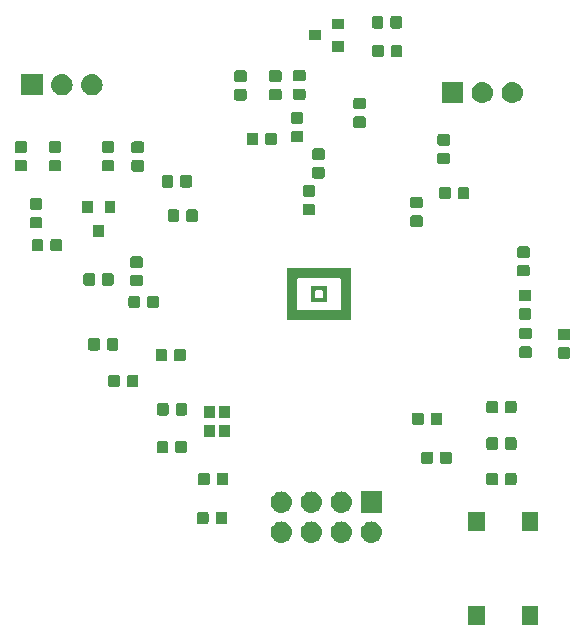
<source format=gbr>
G04 #@! TF.GenerationSoftware,KiCad,Pcbnew,(5.1.4)-1*
G04 #@! TF.CreationDate,2020-02-13T13:02:53-06:00*
G04 #@! TF.ProjectId,aducm_board,61647563-6d5f-4626-9f61-72642e6b6963,rev?*
G04 #@! TF.SameCoordinates,Original*
G04 #@! TF.FileFunction,Soldermask,Top*
G04 #@! TF.FilePolarity,Negative*
%FSLAX46Y46*%
G04 Gerber Fmt 4.6, Leading zero omitted, Abs format (unit mm)*
G04 Created by KiCad (PCBNEW (5.1.4)-1) date 2020-02-13 13:02:53*
%MOMM*%
%LPD*%
G04 APERTURE LIST*
%ADD10C,0.100000*%
G04 APERTURE END LIST*
D10*
G36*
X165501000Y-124676000D02*
G01*
X164099000Y-124676000D01*
X164099000Y-123024000D01*
X165501000Y-123024000D01*
X165501000Y-124676000D01*
X165501000Y-124676000D01*
G37*
G36*
X161001000Y-124676000D02*
G01*
X159599000Y-124676000D01*
X159599000Y-123024000D01*
X161001000Y-123024000D01*
X161001000Y-124676000D01*
X161001000Y-124676000D01*
G37*
G36*
X148950442Y-115905518D02*
G01*
X149016627Y-115912037D01*
X149186466Y-115963557D01*
X149342991Y-116047222D01*
X149373596Y-116072339D01*
X149480186Y-116159814D01*
X149563448Y-116261271D01*
X149592778Y-116297009D01*
X149676443Y-116453534D01*
X149727963Y-116623373D01*
X149745359Y-116800000D01*
X149727963Y-116976627D01*
X149676443Y-117146466D01*
X149592778Y-117302991D01*
X149563448Y-117338729D01*
X149480186Y-117440186D01*
X149378729Y-117523448D01*
X149342991Y-117552778D01*
X149186466Y-117636443D01*
X149016627Y-117687963D01*
X148950443Y-117694481D01*
X148884260Y-117701000D01*
X148795740Y-117701000D01*
X148729557Y-117694481D01*
X148663373Y-117687963D01*
X148493534Y-117636443D01*
X148337009Y-117552778D01*
X148301271Y-117523448D01*
X148199814Y-117440186D01*
X148116552Y-117338729D01*
X148087222Y-117302991D01*
X148003557Y-117146466D01*
X147952037Y-116976627D01*
X147934641Y-116800000D01*
X147952037Y-116623373D01*
X148003557Y-116453534D01*
X148087222Y-116297009D01*
X148116552Y-116261271D01*
X148199814Y-116159814D01*
X148306404Y-116072339D01*
X148337009Y-116047222D01*
X148493534Y-115963557D01*
X148663373Y-115912037D01*
X148729558Y-115905518D01*
X148795740Y-115899000D01*
X148884260Y-115899000D01*
X148950442Y-115905518D01*
X148950442Y-115905518D01*
G37*
G36*
X151490442Y-115905518D02*
G01*
X151556627Y-115912037D01*
X151726466Y-115963557D01*
X151882991Y-116047222D01*
X151913596Y-116072339D01*
X152020186Y-116159814D01*
X152103448Y-116261271D01*
X152132778Y-116297009D01*
X152216443Y-116453534D01*
X152267963Y-116623373D01*
X152285359Y-116800000D01*
X152267963Y-116976627D01*
X152216443Y-117146466D01*
X152132778Y-117302991D01*
X152103448Y-117338729D01*
X152020186Y-117440186D01*
X151918729Y-117523448D01*
X151882991Y-117552778D01*
X151726466Y-117636443D01*
X151556627Y-117687963D01*
X151490443Y-117694481D01*
X151424260Y-117701000D01*
X151335740Y-117701000D01*
X151269557Y-117694481D01*
X151203373Y-117687963D01*
X151033534Y-117636443D01*
X150877009Y-117552778D01*
X150841271Y-117523448D01*
X150739814Y-117440186D01*
X150656552Y-117338729D01*
X150627222Y-117302991D01*
X150543557Y-117146466D01*
X150492037Y-116976627D01*
X150474641Y-116800000D01*
X150492037Y-116623373D01*
X150543557Y-116453534D01*
X150627222Y-116297009D01*
X150656552Y-116261271D01*
X150739814Y-116159814D01*
X150846404Y-116072339D01*
X150877009Y-116047222D01*
X151033534Y-115963557D01*
X151203373Y-115912037D01*
X151269558Y-115905518D01*
X151335740Y-115899000D01*
X151424260Y-115899000D01*
X151490442Y-115905518D01*
X151490442Y-115905518D01*
G37*
G36*
X143870442Y-115905518D02*
G01*
X143936627Y-115912037D01*
X144106466Y-115963557D01*
X144262991Y-116047222D01*
X144293596Y-116072339D01*
X144400186Y-116159814D01*
X144483448Y-116261271D01*
X144512778Y-116297009D01*
X144596443Y-116453534D01*
X144647963Y-116623373D01*
X144665359Y-116800000D01*
X144647963Y-116976627D01*
X144596443Y-117146466D01*
X144512778Y-117302991D01*
X144483448Y-117338729D01*
X144400186Y-117440186D01*
X144298729Y-117523448D01*
X144262991Y-117552778D01*
X144106466Y-117636443D01*
X143936627Y-117687963D01*
X143870443Y-117694481D01*
X143804260Y-117701000D01*
X143715740Y-117701000D01*
X143649557Y-117694481D01*
X143583373Y-117687963D01*
X143413534Y-117636443D01*
X143257009Y-117552778D01*
X143221271Y-117523448D01*
X143119814Y-117440186D01*
X143036552Y-117338729D01*
X143007222Y-117302991D01*
X142923557Y-117146466D01*
X142872037Y-116976627D01*
X142854641Y-116800000D01*
X142872037Y-116623373D01*
X142923557Y-116453534D01*
X143007222Y-116297009D01*
X143036552Y-116261271D01*
X143119814Y-116159814D01*
X143226404Y-116072339D01*
X143257009Y-116047222D01*
X143413534Y-115963557D01*
X143583373Y-115912037D01*
X143649558Y-115905518D01*
X143715740Y-115899000D01*
X143804260Y-115899000D01*
X143870442Y-115905518D01*
X143870442Y-115905518D01*
G37*
G36*
X146410442Y-115905518D02*
G01*
X146476627Y-115912037D01*
X146646466Y-115963557D01*
X146802991Y-116047222D01*
X146833596Y-116072339D01*
X146940186Y-116159814D01*
X147023448Y-116261271D01*
X147052778Y-116297009D01*
X147136443Y-116453534D01*
X147187963Y-116623373D01*
X147205359Y-116800000D01*
X147187963Y-116976627D01*
X147136443Y-117146466D01*
X147052778Y-117302991D01*
X147023448Y-117338729D01*
X146940186Y-117440186D01*
X146838729Y-117523448D01*
X146802991Y-117552778D01*
X146646466Y-117636443D01*
X146476627Y-117687963D01*
X146410443Y-117694481D01*
X146344260Y-117701000D01*
X146255740Y-117701000D01*
X146189557Y-117694481D01*
X146123373Y-117687963D01*
X145953534Y-117636443D01*
X145797009Y-117552778D01*
X145761271Y-117523448D01*
X145659814Y-117440186D01*
X145576552Y-117338729D01*
X145547222Y-117302991D01*
X145463557Y-117146466D01*
X145412037Y-116976627D01*
X145394641Y-116800000D01*
X145412037Y-116623373D01*
X145463557Y-116453534D01*
X145547222Y-116297009D01*
X145576552Y-116261271D01*
X145659814Y-116159814D01*
X145766404Y-116072339D01*
X145797009Y-116047222D01*
X145953534Y-115963557D01*
X146123373Y-115912037D01*
X146189558Y-115905518D01*
X146255740Y-115899000D01*
X146344260Y-115899000D01*
X146410442Y-115905518D01*
X146410442Y-115905518D01*
G37*
G36*
X165501000Y-116726000D02*
G01*
X164099000Y-116726000D01*
X164099000Y-115074000D01*
X165501000Y-115074000D01*
X165501000Y-116726000D01*
X165501000Y-116726000D01*
G37*
G36*
X161001000Y-116726000D02*
G01*
X159599000Y-116726000D01*
X159599000Y-115074000D01*
X161001000Y-115074000D01*
X161001000Y-116726000D01*
X161001000Y-116726000D01*
G37*
G36*
X139029591Y-115078085D02*
G01*
X139063569Y-115088393D01*
X139094890Y-115105134D01*
X139122339Y-115127661D01*
X139144866Y-115155110D01*
X139161607Y-115186431D01*
X139171915Y-115220409D01*
X139176000Y-115261890D01*
X139176000Y-115938110D01*
X139171915Y-115979591D01*
X139161607Y-116013569D01*
X139144866Y-116044890D01*
X139122339Y-116072339D01*
X139094890Y-116094866D01*
X139063569Y-116111607D01*
X139029591Y-116121915D01*
X138988110Y-116126000D01*
X138386890Y-116126000D01*
X138345409Y-116121915D01*
X138311431Y-116111607D01*
X138280110Y-116094866D01*
X138252661Y-116072339D01*
X138230134Y-116044890D01*
X138213393Y-116013569D01*
X138203085Y-115979591D01*
X138199000Y-115938110D01*
X138199000Y-115261890D01*
X138203085Y-115220409D01*
X138213393Y-115186431D01*
X138230134Y-115155110D01*
X138252661Y-115127661D01*
X138280110Y-115105134D01*
X138311431Y-115088393D01*
X138345409Y-115078085D01*
X138386890Y-115074000D01*
X138988110Y-115074000D01*
X139029591Y-115078085D01*
X139029591Y-115078085D01*
G37*
G36*
X137454591Y-115078085D02*
G01*
X137488569Y-115088393D01*
X137519890Y-115105134D01*
X137547339Y-115127661D01*
X137569866Y-115155110D01*
X137586607Y-115186431D01*
X137596915Y-115220409D01*
X137601000Y-115261890D01*
X137601000Y-115938110D01*
X137596915Y-115979591D01*
X137586607Y-116013569D01*
X137569866Y-116044890D01*
X137547339Y-116072339D01*
X137519890Y-116094866D01*
X137488569Y-116111607D01*
X137454591Y-116121915D01*
X137413110Y-116126000D01*
X136811890Y-116126000D01*
X136770409Y-116121915D01*
X136736431Y-116111607D01*
X136705110Y-116094866D01*
X136677661Y-116072339D01*
X136655134Y-116044890D01*
X136638393Y-116013569D01*
X136628085Y-115979591D01*
X136624000Y-115938110D01*
X136624000Y-115261890D01*
X136628085Y-115220409D01*
X136638393Y-115186431D01*
X136655134Y-115155110D01*
X136677661Y-115127661D01*
X136705110Y-115105134D01*
X136736431Y-115088393D01*
X136770409Y-115078085D01*
X136811890Y-115074000D01*
X137413110Y-115074000D01*
X137454591Y-115078085D01*
X137454591Y-115078085D01*
G37*
G36*
X143870442Y-113365518D02*
G01*
X143936627Y-113372037D01*
X144106466Y-113423557D01*
X144262991Y-113507222D01*
X144298729Y-113536552D01*
X144400186Y-113619814D01*
X144483448Y-113721271D01*
X144512778Y-113757009D01*
X144596443Y-113913534D01*
X144647963Y-114083373D01*
X144665359Y-114260000D01*
X144647963Y-114436627D01*
X144596443Y-114606466D01*
X144512778Y-114762991D01*
X144483448Y-114798729D01*
X144400186Y-114900186D01*
X144298729Y-114983448D01*
X144262991Y-115012778D01*
X144106466Y-115096443D01*
X143936627Y-115147963D01*
X143870442Y-115154482D01*
X143804260Y-115161000D01*
X143715740Y-115161000D01*
X143649558Y-115154482D01*
X143583373Y-115147963D01*
X143413534Y-115096443D01*
X143257009Y-115012778D01*
X143221271Y-114983448D01*
X143119814Y-114900186D01*
X143036552Y-114798729D01*
X143007222Y-114762991D01*
X142923557Y-114606466D01*
X142872037Y-114436627D01*
X142854641Y-114260000D01*
X142872037Y-114083373D01*
X142923557Y-113913534D01*
X143007222Y-113757009D01*
X143036552Y-113721271D01*
X143119814Y-113619814D01*
X143221271Y-113536552D01*
X143257009Y-113507222D01*
X143413534Y-113423557D01*
X143583373Y-113372037D01*
X143649558Y-113365518D01*
X143715740Y-113359000D01*
X143804260Y-113359000D01*
X143870442Y-113365518D01*
X143870442Y-113365518D01*
G37*
G36*
X152281000Y-115161000D02*
G01*
X150479000Y-115161000D01*
X150479000Y-113359000D01*
X152281000Y-113359000D01*
X152281000Y-115161000D01*
X152281000Y-115161000D01*
G37*
G36*
X146410442Y-113365518D02*
G01*
X146476627Y-113372037D01*
X146646466Y-113423557D01*
X146802991Y-113507222D01*
X146838729Y-113536552D01*
X146940186Y-113619814D01*
X147023448Y-113721271D01*
X147052778Y-113757009D01*
X147136443Y-113913534D01*
X147187963Y-114083373D01*
X147205359Y-114260000D01*
X147187963Y-114436627D01*
X147136443Y-114606466D01*
X147052778Y-114762991D01*
X147023448Y-114798729D01*
X146940186Y-114900186D01*
X146838729Y-114983448D01*
X146802991Y-115012778D01*
X146646466Y-115096443D01*
X146476627Y-115147963D01*
X146410442Y-115154482D01*
X146344260Y-115161000D01*
X146255740Y-115161000D01*
X146189558Y-115154482D01*
X146123373Y-115147963D01*
X145953534Y-115096443D01*
X145797009Y-115012778D01*
X145761271Y-114983448D01*
X145659814Y-114900186D01*
X145576552Y-114798729D01*
X145547222Y-114762991D01*
X145463557Y-114606466D01*
X145412037Y-114436627D01*
X145394641Y-114260000D01*
X145412037Y-114083373D01*
X145463557Y-113913534D01*
X145547222Y-113757009D01*
X145576552Y-113721271D01*
X145659814Y-113619814D01*
X145761271Y-113536552D01*
X145797009Y-113507222D01*
X145953534Y-113423557D01*
X146123373Y-113372037D01*
X146189558Y-113365518D01*
X146255740Y-113359000D01*
X146344260Y-113359000D01*
X146410442Y-113365518D01*
X146410442Y-113365518D01*
G37*
G36*
X148950442Y-113365518D02*
G01*
X149016627Y-113372037D01*
X149186466Y-113423557D01*
X149342991Y-113507222D01*
X149378729Y-113536552D01*
X149480186Y-113619814D01*
X149563448Y-113721271D01*
X149592778Y-113757009D01*
X149676443Y-113913534D01*
X149727963Y-114083373D01*
X149745359Y-114260000D01*
X149727963Y-114436627D01*
X149676443Y-114606466D01*
X149592778Y-114762991D01*
X149563448Y-114798729D01*
X149480186Y-114900186D01*
X149378729Y-114983448D01*
X149342991Y-115012778D01*
X149186466Y-115096443D01*
X149016627Y-115147963D01*
X148950442Y-115154482D01*
X148884260Y-115161000D01*
X148795740Y-115161000D01*
X148729558Y-115154482D01*
X148663373Y-115147963D01*
X148493534Y-115096443D01*
X148337009Y-115012778D01*
X148301271Y-114983448D01*
X148199814Y-114900186D01*
X148116552Y-114798729D01*
X148087222Y-114762991D01*
X148003557Y-114606466D01*
X147952037Y-114436627D01*
X147934641Y-114260000D01*
X147952037Y-114083373D01*
X148003557Y-113913534D01*
X148087222Y-113757009D01*
X148116552Y-113721271D01*
X148199814Y-113619814D01*
X148301271Y-113536552D01*
X148337009Y-113507222D01*
X148493534Y-113423557D01*
X148663373Y-113372037D01*
X148729558Y-113365518D01*
X148795740Y-113359000D01*
X148884260Y-113359000D01*
X148950442Y-113365518D01*
X148950442Y-113365518D01*
G37*
G36*
X163529591Y-111778085D02*
G01*
X163563569Y-111788393D01*
X163594890Y-111805134D01*
X163622339Y-111827661D01*
X163644866Y-111855110D01*
X163661607Y-111886431D01*
X163671915Y-111920409D01*
X163676000Y-111961890D01*
X163676000Y-112638110D01*
X163671915Y-112679591D01*
X163661607Y-112713569D01*
X163644866Y-112744890D01*
X163622339Y-112772339D01*
X163594890Y-112794866D01*
X163563569Y-112811607D01*
X163529591Y-112821915D01*
X163488110Y-112826000D01*
X162886890Y-112826000D01*
X162845409Y-112821915D01*
X162811431Y-112811607D01*
X162780110Y-112794866D01*
X162752661Y-112772339D01*
X162730134Y-112744890D01*
X162713393Y-112713569D01*
X162703085Y-112679591D01*
X162699000Y-112638110D01*
X162699000Y-111961890D01*
X162703085Y-111920409D01*
X162713393Y-111886431D01*
X162730134Y-111855110D01*
X162752661Y-111827661D01*
X162780110Y-111805134D01*
X162811431Y-111788393D01*
X162845409Y-111778085D01*
X162886890Y-111774000D01*
X163488110Y-111774000D01*
X163529591Y-111778085D01*
X163529591Y-111778085D01*
G37*
G36*
X139117091Y-111778085D02*
G01*
X139151069Y-111788393D01*
X139182390Y-111805134D01*
X139209839Y-111827661D01*
X139232366Y-111855110D01*
X139249107Y-111886431D01*
X139259415Y-111920409D01*
X139263500Y-111961890D01*
X139263500Y-112638110D01*
X139259415Y-112679591D01*
X139249107Y-112713569D01*
X139232366Y-112744890D01*
X139209839Y-112772339D01*
X139182390Y-112794866D01*
X139151069Y-112811607D01*
X139117091Y-112821915D01*
X139075610Y-112826000D01*
X138474390Y-112826000D01*
X138432909Y-112821915D01*
X138398931Y-112811607D01*
X138367610Y-112794866D01*
X138340161Y-112772339D01*
X138317634Y-112744890D01*
X138300893Y-112713569D01*
X138290585Y-112679591D01*
X138286500Y-112638110D01*
X138286500Y-111961890D01*
X138290585Y-111920409D01*
X138300893Y-111886431D01*
X138317634Y-111855110D01*
X138340161Y-111827661D01*
X138367610Y-111805134D01*
X138398931Y-111788393D01*
X138432909Y-111778085D01*
X138474390Y-111774000D01*
X139075610Y-111774000D01*
X139117091Y-111778085D01*
X139117091Y-111778085D01*
G37*
G36*
X137542091Y-111778085D02*
G01*
X137576069Y-111788393D01*
X137607390Y-111805134D01*
X137634839Y-111827661D01*
X137657366Y-111855110D01*
X137674107Y-111886431D01*
X137684415Y-111920409D01*
X137688500Y-111961890D01*
X137688500Y-112638110D01*
X137684415Y-112679591D01*
X137674107Y-112713569D01*
X137657366Y-112744890D01*
X137634839Y-112772339D01*
X137607390Y-112794866D01*
X137576069Y-112811607D01*
X137542091Y-112821915D01*
X137500610Y-112826000D01*
X136899390Y-112826000D01*
X136857909Y-112821915D01*
X136823931Y-112811607D01*
X136792610Y-112794866D01*
X136765161Y-112772339D01*
X136742634Y-112744890D01*
X136725893Y-112713569D01*
X136715585Y-112679591D01*
X136711500Y-112638110D01*
X136711500Y-111961890D01*
X136715585Y-111920409D01*
X136725893Y-111886431D01*
X136742634Y-111855110D01*
X136765161Y-111827661D01*
X136792610Y-111805134D01*
X136823931Y-111788393D01*
X136857909Y-111778085D01*
X136899390Y-111774000D01*
X137500610Y-111774000D01*
X137542091Y-111778085D01*
X137542091Y-111778085D01*
G37*
G36*
X161954591Y-111778085D02*
G01*
X161988569Y-111788393D01*
X162019890Y-111805134D01*
X162047339Y-111827661D01*
X162069866Y-111855110D01*
X162086607Y-111886431D01*
X162096915Y-111920409D01*
X162101000Y-111961890D01*
X162101000Y-112638110D01*
X162096915Y-112679591D01*
X162086607Y-112713569D01*
X162069866Y-112744890D01*
X162047339Y-112772339D01*
X162019890Y-112794866D01*
X161988569Y-112811607D01*
X161954591Y-112821915D01*
X161913110Y-112826000D01*
X161311890Y-112826000D01*
X161270409Y-112821915D01*
X161236431Y-112811607D01*
X161205110Y-112794866D01*
X161177661Y-112772339D01*
X161155134Y-112744890D01*
X161138393Y-112713569D01*
X161128085Y-112679591D01*
X161124000Y-112638110D01*
X161124000Y-111961890D01*
X161128085Y-111920409D01*
X161138393Y-111886431D01*
X161155134Y-111855110D01*
X161177661Y-111827661D01*
X161205110Y-111805134D01*
X161236431Y-111788393D01*
X161270409Y-111778085D01*
X161311890Y-111774000D01*
X161913110Y-111774000D01*
X161954591Y-111778085D01*
X161954591Y-111778085D01*
G37*
G36*
X156454591Y-109978085D02*
G01*
X156488569Y-109988393D01*
X156519890Y-110005134D01*
X156547339Y-110027661D01*
X156569866Y-110055110D01*
X156586607Y-110086431D01*
X156596915Y-110120409D01*
X156601000Y-110161890D01*
X156601000Y-110838110D01*
X156596915Y-110879591D01*
X156586607Y-110913569D01*
X156569866Y-110944890D01*
X156547339Y-110972339D01*
X156519890Y-110994866D01*
X156488569Y-111011607D01*
X156454591Y-111021915D01*
X156413110Y-111026000D01*
X155811890Y-111026000D01*
X155770409Y-111021915D01*
X155736431Y-111011607D01*
X155705110Y-110994866D01*
X155677661Y-110972339D01*
X155655134Y-110944890D01*
X155638393Y-110913569D01*
X155628085Y-110879591D01*
X155624000Y-110838110D01*
X155624000Y-110161890D01*
X155628085Y-110120409D01*
X155638393Y-110086431D01*
X155655134Y-110055110D01*
X155677661Y-110027661D01*
X155705110Y-110005134D01*
X155736431Y-109988393D01*
X155770409Y-109978085D01*
X155811890Y-109974000D01*
X156413110Y-109974000D01*
X156454591Y-109978085D01*
X156454591Y-109978085D01*
G37*
G36*
X158029591Y-109978085D02*
G01*
X158063569Y-109988393D01*
X158094890Y-110005134D01*
X158122339Y-110027661D01*
X158144866Y-110055110D01*
X158161607Y-110086431D01*
X158171915Y-110120409D01*
X158176000Y-110161890D01*
X158176000Y-110838110D01*
X158171915Y-110879591D01*
X158161607Y-110913569D01*
X158144866Y-110944890D01*
X158122339Y-110972339D01*
X158094890Y-110994866D01*
X158063569Y-111011607D01*
X158029591Y-111021915D01*
X157988110Y-111026000D01*
X157386890Y-111026000D01*
X157345409Y-111021915D01*
X157311431Y-111011607D01*
X157280110Y-110994866D01*
X157252661Y-110972339D01*
X157230134Y-110944890D01*
X157213393Y-110913569D01*
X157203085Y-110879591D01*
X157199000Y-110838110D01*
X157199000Y-110161890D01*
X157203085Y-110120409D01*
X157213393Y-110086431D01*
X157230134Y-110055110D01*
X157252661Y-110027661D01*
X157280110Y-110005134D01*
X157311431Y-109988393D01*
X157345409Y-109978085D01*
X157386890Y-109974000D01*
X157988110Y-109974000D01*
X158029591Y-109978085D01*
X158029591Y-109978085D01*
G37*
G36*
X135617091Y-109078085D02*
G01*
X135651069Y-109088393D01*
X135682390Y-109105134D01*
X135709839Y-109127661D01*
X135732366Y-109155110D01*
X135749107Y-109186431D01*
X135759415Y-109220409D01*
X135763500Y-109261890D01*
X135763500Y-109938110D01*
X135759415Y-109979591D01*
X135749107Y-110013569D01*
X135732366Y-110044890D01*
X135709839Y-110072339D01*
X135682390Y-110094866D01*
X135651069Y-110111607D01*
X135617091Y-110121915D01*
X135575610Y-110126000D01*
X134974390Y-110126000D01*
X134932909Y-110121915D01*
X134898931Y-110111607D01*
X134867610Y-110094866D01*
X134840161Y-110072339D01*
X134817634Y-110044890D01*
X134800893Y-110013569D01*
X134790585Y-109979591D01*
X134786500Y-109938110D01*
X134786500Y-109261890D01*
X134790585Y-109220409D01*
X134800893Y-109186431D01*
X134817634Y-109155110D01*
X134840161Y-109127661D01*
X134867610Y-109105134D01*
X134898931Y-109088393D01*
X134932909Y-109078085D01*
X134974390Y-109074000D01*
X135575610Y-109074000D01*
X135617091Y-109078085D01*
X135617091Y-109078085D01*
G37*
G36*
X134042091Y-109078085D02*
G01*
X134076069Y-109088393D01*
X134107390Y-109105134D01*
X134134839Y-109127661D01*
X134157366Y-109155110D01*
X134174107Y-109186431D01*
X134184415Y-109220409D01*
X134188500Y-109261890D01*
X134188500Y-109938110D01*
X134184415Y-109979591D01*
X134174107Y-110013569D01*
X134157366Y-110044890D01*
X134134839Y-110072339D01*
X134107390Y-110094866D01*
X134076069Y-110111607D01*
X134042091Y-110121915D01*
X134000610Y-110126000D01*
X133399390Y-110126000D01*
X133357909Y-110121915D01*
X133323931Y-110111607D01*
X133292610Y-110094866D01*
X133265161Y-110072339D01*
X133242634Y-110044890D01*
X133225893Y-110013569D01*
X133215585Y-109979591D01*
X133211500Y-109938110D01*
X133211500Y-109261890D01*
X133215585Y-109220409D01*
X133225893Y-109186431D01*
X133242634Y-109155110D01*
X133265161Y-109127661D01*
X133292610Y-109105134D01*
X133323931Y-109088393D01*
X133357909Y-109078085D01*
X133399390Y-109074000D01*
X134000610Y-109074000D01*
X134042091Y-109078085D01*
X134042091Y-109078085D01*
G37*
G36*
X161954591Y-108778085D02*
G01*
X161988569Y-108788393D01*
X162019890Y-108805134D01*
X162047339Y-108827661D01*
X162069866Y-108855110D01*
X162086607Y-108886431D01*
X162096915Y-108920409D01*
X162101000Y-108961890D01*
X162101000Y-109638110D01*
X162096915Y-109679591D01*
X162086607Y-109713569D01*
X162069866Y-109744890D01*
X162047339Y-109772339D01*
X162019890Y-109794866D01*
X161988569Y-109811607D01*
X161954591Y-109821915D01*
X161913110Y-109826000D01*
X161311890Y-109826000D01*
X161270409Y-109821915D01*
X161236431Y-109811607D01*
X161205110Y-109794866D01*
X161177661Y-109772339D01*
X161155134Y-109744890D01*
X161138393Y-109713569D01*
X161128085Y-109679591D01*
X161124000Y-109638110D01*
X161124000Y-108961890D01*
X161128085Y-108920409D01*
X161138393Y-108886431D01*
X161155134Y-108855110D01*
X161177661Y-108827661D01*
X161205110Y-108805134D01*
X161236431Y-108788393D01*
X161270409Y-108778085D01*
X161311890Y-108774000D01*
X161913110Y-108774000D01*
X161954591Y-108778085D01*
X161954591Y-108778085D01*
G37*
G36*
X163529591Y-108778085D02*
G01*
X163563569Y-108788393D01*
X163594890Y-108805134D01*
X163622339Y-108827661D01*
X163644866Y-108855110D01*
X163661607Y-108886431D01*
X163671915Y-108920409D01*
X163676000Y-108961890D01*
X163676000Y-109638110D01*
X163671915Y-109679591D01*
X163661607Y-109713569D01*
X163644866Y-109744890D01*
X163622339Y-109772339D01*
X163594890Y-109794866D01*
X163563569Y-109811607D01*
X163529591Y-109821915D01*
X163488110Y-109826000D01*
X162886890Y-109826000D01*
X162845409Y-109821915D01*
X162811431Y-109811607D01*
X162780110Y-109794866D01*
X162752661Y-109772339D01*
X162730134Y-109744890D01*
X162713393Y-109713569D01*
X162703085Y-109679591D01*
X162699000Y-109638110D01*
X162699000Y-108961890D01*
X162703085Y-108920409D01*
X162713393Y-108886431D01*
X162730134Y-108855110D01*
X162752661Y-108827661D01*
X162780110Y-108805134D01*
X162811431Y-108788393D01*
X162845409Y-108778085D01*
X162886890Y-108774000D01*
X163488110Y-108774000D01*
X163529591Y-108778085D01*
X163529591Y-108778085D01*
G37*
G36*
X139401000Y-108751000D02*
G01*
X138499000Y-108751000D01*
X138499000Y-107749000D01*
X139401000Y-107749000D01*
X139401000Y-108751000D01*
X139401000Y-108751000D01*
G37*
G36*
X138151000Y-108751000D02*
G01*
X137249000Y-108751000D01*
X137249000Y-107749000D01*
X138151000Y-107749000D01*
X138151000Y-108751000D01*
X138151000Y-108751000D01*
G37*
G36*
X157242091Y-106678085D02*
G01*
X157276069Y-106688393D01*
X157307390Y-106705134D01*
X157334839Y-106727661D01*
X157357366Y-106755110D01*
X157374107Y-106786431D01*
X157384415Y-106820409D01*
X157388500Y-106861890D01*
X157388500Y-107538110D01*
X157384415Y-107579591D01*
X157374107Y-107613569D01*
X157357366Y-107644890D01*
X157334839Y-107672339D01*
X157307390Y-107694866D01*
X157276069Y-107711607D01*
X157242091Y-107721915D01*
X157200610Y-107726000D01*
X156599390Y-107726000D01*
X156557909Y-107721915D01*
X156523931Y-107711607D01*
X156492610Y-107694866D01*
X156465161Y-107672339D01*
X156442634Y-107644890D01*
X156425893Y-107613569D01*
X156415585Y-107579591D01*
X156411500Y-107538110D01*
X156411500Y-106861890D01*
X156415585Y-106820409D01*
X156425893Y-106786431D01*
X156442634Y-106755110D01*
X156465161Y-106727661D01*
X156492610Y-106705134D01*
X156523931Y-106688393D01*
X156557909Y-106678085D01*
X156599390Y-106674000D01*
X157200610Y-106674000D01*
X157242091Y-106678085D01*
X157242091Y-106678085D01*
G37*
G36*
X155667091Y-106678085D02*
G01*
X155701069Y-106688393D01*
X155732390Y-106705134D01*
X155759839Y-106727661D01*
X155782366Y-106755110D01*
X155799107Y-106786431D01*
X155809415Y-106820409D01*
X155813500Y-106861890D01*
X155813500Y-107538110D01*
X155809415Y-107579591D01*
X155799107Y-107613569D01*
X155782366Y-107644890D01*
X155759839Y-107672339D01*
X155732390Y-107694866D01*
X155701069Y-107711607D01*
X155667091Y-107721915D01*
X155625610Y-107726000D01*
X155024390Y-107726000D01*
X154982909Y-107721915D01*
X154948931Y-107711607D01*
X154917610Y-107694866D01*
X154890161Y-107672339D01*
X154867634Y-107644890D01*
X154850893Y-107613569D01*
X154840585Y-107579591D01*
X154836500Y-107538110D01*
X154836500Y-106861890D01*
X154840585Y-106820409D01*
X154850893Y-106786431D01*
X154867634Y-106755110D01*
X154890161Y-106727661D01*
X154917610Y-106705134D01*
X154948931Y-106688393D01*
X154982909Y-106678085D01*
X155024390Y-106674000D01*
X155625610Y-106674000D01*
X155667091Y-106678085D01*
X155667091Y-106678085D01*
G37*
G36*
X139401000Y-107101000D02*
G01*
X138499000Y-107101000D01*
X138499000Y-106099000D01*
X139401000Y-106099000D01*
X139401000Y-107101000D01*
X139401000Y-107101000D01*
G37*
G36*
X138151000Y-107101000D02*
G01*
X137249000Y-107101000D01*
X137249000Y-106099000D01*
X138151000Y-106099000D01*
X138151000Y-107101000D01*
X138151000Y-107101000D01*
G37*
G36*
X134067091Y-105878085D02*
G01*
X134101069Y-105888393D01*
X134132390Y-105905134D01*
X134159839Y-105927661D01*
X134182366Y-105955110D01*
X134199107Y-105986431D01*
X134209415Y-106020409D01*
X134213500Y-106061890D01*
X134213500Y-106738110D01*
X134209415Y-106779591D01*
X134199107Y-106813569D01*
X134182366Y-106844890D01*
X134159839Y-106872339D01*
X134132390Y-106894866D01*
X134101069Y-106911607D01*
X134067091Y-106921915D01*
X134025610Y-106926000D01*
X133424390Y-106926000D01*
X133382909Y-106921915D01*
X133348931Y-106911607D01*
X133317610Y-106894866D01*
X133290161Y-106872339D01*
X133267634Y-106844890D01*
X133250893Y-106813569D01*
X133240585Y-106779591D01*
X133236500Y-106738110D01*
X133236500Y-106061890D01*
X133240585Y-106020409D01*
X133250893Y-105986431D01*
X133267634Y-105955110D01*
X133290161Y-105927661D01*
X133317610Y-105905134D01*
X133348931Y-105888393D01*
X133382909Y-105878085D01*
X133424390Y-105874000D01*
X134025610Y-105874000D01*
X134067091Y-105878085D01*
X134067091Y-105878085D01*
G37*
G36*
X135642091Y-105878085D02*
G01*
X135676069Y-105888393D01*
X135707390Y-105905134D01*
X135734839Y-105927661D01*
X135757366Y-105955110D01*
X135774107Y-105986431D01*
X135784415Y-106020409D01*
X135788500Y-106061890D01*
X135788500Y-106738110D01*
X135784415Y-106779591D01*
X135774107Y-106813569D01*
X135757366Y-106844890D01*
X135734839Y-106872339D01*
X135707390Y-106894866D01*
X135676069Y-106911607D01*
X135642091Y-106921915D01*
X135600610Y-106926000D01*
X134999390Y-106926000D01*
X134957909Y-106921915D01*
X134923931Y-106911607D01*
X134892610Y-106894866D01*
X134865161Y-106872339D01*
X134842634Y-106844890D01*
X134825893Y-106813569D01*
X134815585Y-106779591D01*
X134811500Y-106738110D01*
X134811500Y-106061890D01*
X134815585Y-106020409D01*
X134825893Y-105986431D01*
X134842634Y-105955110D01*
X134865161Y-105927661D01*
X134892610Y-105905134D01*
X134923931Y-105888393D01*
X134957909Y-105878085D01*
X134999390Y-105874000D01*
X135600610Y-105874000D01*
X135642091Y-105878085D01*
X135642091Y-105878085D01*
G37*
G36*
X163528791Y-105684485D02*
G01*
X163562769Y-105694793D01*
X163594090Y-105711534D01*
X163621539Y-105734061D01*
X163644066Y-105761510D01*
X163660807Y-105792831D01*
X163671115Y-105826809D01*
X163675200Y-105868290D01*
X163675200Y-106544510D01*
X163671115Y-106585991D01*
X163660807Y-106619969D01*
X163644066Y-106651290D01*
X163621539Y-106678739D01*
X163594090Y-106701266D01*
X163562769Y-106718007D01*
X163528791Y-106728315D01*
X163487310Y-106732400D01*
X162886090Y-106732400D01*
X162844609Y-106728315D01*
X162810631Y-106718007D01*
X162779310Y-106701266D01*
X162751861Y-106678739D01*
X162729334Y-106651290D01*
X162712593Y-106619969D01*
X162702285Y-106585991D01*
X162698200Y-106544510D01*
X162698200Y-105868290D01*
X162702285Y-105826809D01*
X162712593Y-105792831D01*
X162729334Y-105761510D01*
X162751861Y-105734061D01*
X162779310Y-105711534D01*
X162810631Y-105694793D01*
X162844609Y-105684485D01*
X162886090Y-105680400D01*
X163487310Y-105680400D01*
X163528791Y-105684485D01*
X163528791Y-105684485D01*
G37*
G36*
X161953791Y-105684485D02*
G01*
X161987769Y-105694793D01*
X162019090Y-105711534D01*
X162046539Y-105734061D01*
X162069066Y-105761510D01*
X162085807Y-105792831D01*
X162096115Y-105826809D01*
X162100200Y-105868290D01*
X162100200Y-106544510D01*
X162096115Y-106585991D01*
X162085807Y-106619969D01*
X162069066Y-106651290D01*
X162046539Y-106678739D01*
X162019090Y-106701266D01*
X161987769Y-106718007D01*
X161953791Y-106728315D01*
X161912310Y-106732400D01*
X161311090Y-106732400D01*
X161269609Y-106728315D01*
X161235631Y-106718007D01*
X161204310Y-106701266D01*
X161176861Y-106678739D01*
X161154334Y-106651290D01*
X161137593Y-106619969D01*
X161127285Y-106585991D01*
X161123200Y-106544510D01*
X161123200Y-105868290D01*
X161127285Y-105826809D01*
X161137593Y-105792831D01*
X161154334Y-105761510D01*
X161176861Y-105734061D01*
X161204310Y-105711534D01*
X161235631Y-105694793D01*
X161269609Y-105684485D01*
X161311090Y-105680400D01*
X161912310Y-105680400D01*
X161953791Y-105684485D01*
X161953791Y-105684485D01*
G37*
G36*
X129942091Y-103478085D02*
G01*
X129976069Y-103488393D01*
X130007390Y-103505134D01*
X130034839Y-103527661D01*
X130057366Y-103555110D01*
X130074107Y-103586431D01*
X130084415Y-103620409D01*
X130088500Y-103661890D01*
X130088500Y-104338110D01*
X130084415Y-104379591D01*
X130074107Y-104413569D01*
X130057366Y-104444890D01*
X130034839Y-104472339D01*
X130007390Y-104494866D01*
X129976069Y-104511607D01*
X129942091Y-104521915D01*
X129900610Y-104526000D01*
X129299390Y-104526000D01*
X129257909Y-104521915D01*
X129223931Y-104511607D01*
X129192610Y-104494866D01*
X129165161Y-104472339D01*
X129142634Y-104444890D01*
X129125893Y-104413569D01*
X129115585Y-104379591D01*
X129111500Y-104338110D01*
X129111500Y-103661890D01*
X129115585Y-103620409D01*
X129125893Y-103586431D01*
X129142634Y-103555110D01*
X129165161Y-103527661D01*
X129192610Y-103505134D01*
X129223931Y-103488393D01*
X129257909Y-103478085D01*
X129299390Y-103474000D01*
X129900610Y-103474000D01*
X129942091Y-103478085D01*
X129942091Y-103478085D01*
G37*
G36*
X131517091Y-103478085D02*
G01*
X131551069Y-103488393D01*
X131582390Y-103505134D01*
X131609839Y-103527661D01*
X131632366Y-103555110D01*
X131649107Y-103586431D01*
X131659415Y-103620409D01*
X131663500Y-103661890D01*
X131663500Y-104338110D01*
X131659415Y-104379591D01*
X131649107Y-104413569D01*
X131632366Y-104444890D01*
X131609839Y-104472339D01*
X131582390Y-104494866D01*
X131551069Y-104511607D01*
X131517091Y-104521915D01*
X131475610Y-104526000D01*
X130874390Y-104526000D01*
X130832909Y-104521915D01*
X130798931Y-104511607D01*
X130767610Y-104494866D01*
X130740161Y-104472339D01*
X130717634Y-104444890D01*
X130700893Y-104413569D01*
X130690585Y-104379591D01*
X130686500Y-104338110D01*
X130686500Y-103661890D01*
X130690585Y-103620409D01*
X130700893Y-103586431D01*
X130717634Y-103555110D01*
X130740161Y-103527661D01*
X130767610Y-103505134D01*
X130798931Y-103488393D01*
X130832909Y-103478085D01*
X130874390Y-103474000D01*
X131475610Y-103474000D01*
X131517091Y-103478085D01*
X131517091Y-103478085D01*
G37*
G36*
X135517091Y-101278085D02*
G01*
X135551069Y-101288393D01*
X135582390Y-101305134D01*
X135609839Y-101327661D01*
X135632366Y-101355110D01*
X135649107Y-101386431D01*
X135659415Y-101420409D01*
X135663500Y-101461890D01*
X135663500Y-102138110D01*
X135659415Y-102179591D01*
X135649107Y-102213569D01*
X135632366Y-102244890D01*
X135609839Y-102272339D01*
X135582390Y-102294866D01*
X135551069Y-102311607D01*
X135517091Y-102321915D01*
X135475610Y-102326000D01*
X134874390Y-102326000D01*
X134832909Y-102321915D01*
X134798931Y-102311607D01*
X134767610Y-102294866D01*
X134740161Y-102272339D01*
X134717634Y-102244890D01*
X134700893Y-102213569D01*
X134690585Y-102179591D01*
X134686500Y-102138110D01*
X134686500Y-101461890D01*
X134690585Y-101420409D01*
X134700893Y-101386431D01*
X134717634Y-101355110D01*
X134740161Y-101327661D01*
X134767610Y-101305134D01*
X134798931Y-101288393D01*
X134832909Y-101278085D01*
X134874390Y-101274000D01*
X135475610Y-101274000D01*
X135517091Y-101278085D01*
X135517091Y-101278085D01*
G37*
G36*
X133942091Y-101278085D02*
G01*
X133976069Y-101288393D01*
X134007390Y-101305134D01*
X134034839Y-101327661D01*
X134057366Y-101355110D01*
X134074107Y-101386431D01*
X134084415Y-101420409D01*
X134088500Y-101461890D01*
X134088500Y-102138110D01*
X134084415Y-102179591D01*
X134074107Y-102213569D01*
X134057366Y-102244890D01*
X134034839Y-102272339D01*
X134007390Y-102294866D01*
X133976069Y-102311607D01*
X133942091Y-102321915D01*
X133900610Y-102326000D01*
X133299390Y-102326000D01*
X133257909Y-102321915D01*
X133223931Y-102311607D01*
X133192610Y-102294866D01*
X133165161Y-102272339D01*
X133142634Y-102244890D01*
X133125893Y-102213569D01*
X133115585Y-102179591D01*
X133111500Y-102138110D01*
X133111500Y-101461890D01*
X133115585Y-101420409D01*
X133125893Y-101386431D01*
X133142634Y-101355110D01*
X133165161Y-101327661D01*
X133192610Y-101305134D01*
X133223931Y-101288393D01*
X133257909Y-101278085D01*
X133299390Y-101274000D01*
X133900610Y-101274000D01*
X133942091Y-101278085D01*
X133942091Y-101278085D01*
G37*
G36*
X168070391Y-101141085D02*
G01*
X168104369Y-101151393D01*
X168135690Y-101168134D01*
X168163139Y-101190661D01*
X168185666Y-101218110D01*
X168202407Y-101249431D01*
X168212715Y-101283409D01*
X168216800Y-101324890D01*
X168216800Y-101926110D01*
X168212715Y-101967591D01*
X168202407Y-102001569D01*
X168185666Y-102032890D01*
X168163139Y-102060339D01*
X168135690Y-102082866D01*
X168104369Y-102099607D01*
X168070391Y-102109915D01*
X168028910Y-102114000D01*
X167352690Y-102114000D01*
X167311209Y-102109915D01*
X167277231Y-102099607D01*
X167245910Y-102082866D01*
X167218461Y-102060339D01*
X167195934Y-102032890D01*
X167179193Y-102001569D01*
X167168885Y-101967591D01*
X167164800Y-101926110D01*
X167164800Y-101324890D01*
X167168885Y-101283409D01*
X167179193Y-101249431D01*
X167195934Y-101218110D01*
X167218461Y-101190661D01*
X167245910Y-101168134D01*
X167277231Y-101151393D01*
X167311209Y-101141085D01*
X167352690Y-101137000D01*
X168028910Y-101137000D01*
X168070391Y-101141085D01*
X168070391Y-101141085D01*
G37*
G36*
X164819191Y-101064785D02*
G01*
X164853169Y-101075093D01*
X164884490Y-101091834D01*
X164911939Y-101114361D01*
X164934466Y-101141810D01*
X164951207Y-101173131D01*
X164961515Y-101207109D01*
X164965600Y-101248590D01*
X164965600Y-101849810D01*
X164961515Y-101891291D01*
X164951207Y-101925269D01*
X164934466Y-101956590D01*
X164911939Y-101984039D01*
X164884490Y-102006566D01*
X164853169Y-102023307D01*
X164819191Y-102033615D01*
X164777710Y-102037700D01*
X164101490Y-102037700D01*
X164060009Y-102033615D01*
X164026031Y-102023307D01*
X163994710Y-102006566D01*
X163967261Y-101984039D01*
X163944734Y-101956590D01*
X163927993Y-101925269D01*
X163917685Y-101891291D01*
X163913600Y-101849810D01*
X163913600Y-101248590D01*
X163917685Y-101207109D01*
X163927993Y-101173131D01*
X163944734Y-101141810D01*
X163967261Y-101114361D01*
X163994710Y-101091834D01*
X164026031Y-101075093D01*
X164060009Y-101064785D01*
X164101490Y-101060700D01*
X164777710Y-101060700D01*
X164819191Y-101064785D01*
X164819191Y-101064785D01*
G37*
G36*
X129817091Y-100378085D02*
G01*
X129851069Y-100388393D01*
X129882390Y-100405134D01*
X129909839Y-100427661D01*
X129932366Y-100455110D01*
X129949107Y-100486431D01*
X129959415Y-100520409D01*
X129963500Y-100561890D01*
X129963500Y-101238110D01*
X129959415Y-101279591D01*
X129949107Y-101313569D01*
X129932366Y-101344890D01*
X129909839Y-101372339D01*
X129882390Y-101394866D01*
X129851069Y-101411607D01*
X129817091Y-101421915D01*
X129775610Y-101426000D01*
X129174390Y-101426000D01*
X129132909Y-101421915D01*
X129098931Y-101411607D01*
X129067610Y-101394866D01*
X129040161Y-101372339D01*
X129017634Y-101344890D01*
X129000893Y-101313569D01*
X128990585Y-101279591D01*
X128986500Y-101238110D01*
X128986500Y-100561890D01*
X128990585Y-100520409D01*
X129000893Y-100486431D01*
X129017634Y-100455110D01*
X129040161Y-100427661D01*
X129067610Y-100405134D01*
X129098931Y-100388393D01*
X129132909Y-100378085D01*
X129174390Y-100374000D01*
X129775610Y-100374000D01*
X129817091Y-100378085D01*
X129817091Y-100378085D01*
G37*
G36*
X128242091Y-100378085D02*
G01*
X128276069Y-100388393D01*
X128307390Y-100405134D01*
X128334839Y-100427661D01*
X128357366Y-100455110D01*
X128374107Y-100486431D01*
X128384415Y-100520409D01*
X128388500Y-100561890D01*
X128388500Y-101238110D01*
X128384415Y-101279591D01*
X128374107Y-101313569D01*
X128357366Y-101344890D01*
X128334839Y-101372339D01*
X128307390Y-101394866D01*
X128276069Y-101411607D01*
X128242091Y-101421915D01*
X128200610Y-101426000D01*
X127599390Y-101426000D01*
X127557909Y-101421915D01*
X127523931Y-101411607D01*
X127492610Y-101394866D01*
X127465161Y-101372339D01*
X127442634Y-101344890D01*
X127425893Y-101313569D01*
X127415585Y-101279591D01*
X127411500Y-101238110D01*
X127411500Y-100561890D01*
X127415585Y-100520409D01*
X127425893Y-100486431D01*
X127442634Y-100455110D01*
X127465161Y-100427661D01*
X127492610Y-100405134D01*
X127523931Y-100388393D01*
X127557909Y-100378085D01*
X127599390Y-100374000D01*
X128200610Y-100374000D01*
X128242091Y-100378085D01*
X128242091Y-100378085D01*
G37*
G36*
X168070391Y-99566085D02*
G01*
X168104369Y-99576393D01*
X168135690Y-99593134D01*
X168163139Y-99615661D01*
X168185666Y-99643110D01*
X168202407Y-99674431D01*
X168212715Y-99708409D01*
X168216800Y-99749890D01*
X168216800Y-100351110D01*
X168212715Y-100392591D01*
X168202407Y-100426569D01*
X168185666Y-100457890D01*
X168163139Y-100485339D01*
X168135690Y-100507866D01*
X168104369Y-100524607D01*
X168070391Y-100534915D01*
X168028910Y-100539000D01*
X167352690Y-100539000D01*
X167311209Y-100534915D01*
X167277231Y-100524607D01*
X167245910Y-100507866D01*
X167218461Y-100485339D01*
X167195934Y-100457890D01*
X167179193Y-100426569D01*
X167168885Y-100392591D01*
X167164800Y-100351110D01*
X167164800Y-99749890D01*
X167168885Y-99708409D01*
X167179193Y-99674431D01*
X167195934Y-99643110D01*
X167218461Y-99615661D01*
X167245910Y-99593134D01*
X167277231Y-99576393D01*
X167311209Y-99566085D01*
X167352690Y-99562000D01*
X168028910Y-99562000D01*
X168070391Y-99566085D01*
X168070391Y-99566085D01*
G37*
G36*
X164819191Y-99489785D02*
G01*
X164853169Y-99500093D01*
X164884490Y-99516834D01*
X164911939Y-99539361D01*
X164934466Y-99566810D01*
X164951207Y-99598131D01*
X164961515Y-99632109D01*
X164965600Y-99673590D01*
X164965600Y-100274810D01*
X164961515Y-100316291D01*
X164951207Y-100350269D01*
X164934466Y-100381590D01*
X164911939Y-100409039D01*
X164884490Y-100431566D01*
X164853169Y-100448307D01*
X164819191Y-100458615D01*
X164777710Y-100462700D01*
X164101490Y-100462700D01*
X164060009Y-100458615D01*
X164026031Y-100448307D01*
X163994710Y-100431566D01*
X163967261Y-100409039D01*
X163944734Y-100381590D01*
X163927993Y-100350269D01*
X163917685Y-100316291D01*
X163913600Y-100274810D01*
X163913600Y-99673590D01*
X163917685Y-99632109D01*
X163927993Y-99598131D01*
X163944734Y-99566810D01*
X163967261Y-99539361D01*
X163994710Y-99516834D01*
X164026031Y-99500093D01*
X164060009Y-99489785D01*
X164101490Y-99485700D01*
X164777710Y-99485700D01*
X164819191Y-99489785D01*
X164819191Y-99489785D01*
G37*
G36*
X149680400Y-98855000D02*
G01*
X144248400Y-98855000D01*
X144248400Y-95423999D01*
X145108400Y-95423999D01*
X145108400Y-97870001D01*
X145110802Y-97894387D01*
X145117915Y-97917836D01*
X145129466Y-97939447D01*
X145145011Y-97958389D01*
X145163953Y-97973934D01*
X145185564Y-97985485D01*
X145209013Y-97992598D01*
X145233399Y-97995000D01*
X148695401Y-97995000D01*
X148719787Y-97992598D01*
X148743236Y-97985485D01*
X148764847Y-97973934D01*
X148783789Y-97958389D01*
X148799334Y-97939447D01*
X148810885Y-97917836D01*
X148817998Y-97894387D01*
X148820400Y-97870001D01*
X148820400Y-95423999D01*
X148817998Y-95399613D01*
X148810885Y-95376164D01*
X148799334Y-95354553D01*
X148783789Y-95335611D01*
X148764847Y-95320066D01*
X148743236Y-95308515D01*
X148719787Y-95301402D01*
X148695401Y-95299000D01*
X145233399Y-95299000D01*
X145209013Y-95301402D01*
X145185564Y-95308515D01*
X145163953Y-95320066D01*
X145145011Y-95335611D01*
X145129466Y-95354553D01*
X145117915Y-95376164D01*
X145110802Y-95399613D01*
X145108400Y-95423999D01*
X144248400Y-95423999D01*
X144248400Y-94439000D01*
X149680400Y-94439000D01*
X149680400Y-98855000D01*
X149680400Y-98855000D01*
G37*
G36*
X147648400Y-97331000D02*
G01*
X146280400Y-97331000D01*
X146280400Y-96439999D01*
X146632400Y-96439999D01*
X146632400Y-96854001D01*
X146634802Y-96878387D01*
X146641915Y-96901836D01*
X146653466Y-96923447D01*
X146669011Y-96942389D01*
X146687953Y-96957934D01*
X146709564Y-96969485D01*
X146733013Y-96976598D01*
X146757399Y-96979000D01*
X147171401Y-96979000D01*
X147195787Y-96976598D01*
X147219236Y-96969485D01*
X147240847Y-96957934D01*
X147259789Y-96942389D01*
X147275334Y-96923447D01*
X147286885Y-96901836D01*
X147293998Y-96878387D01*
X147296400Y-96854001D01*
X147296400Y-96439999D01*
X147293998Y-96415613D01*
X147286885Y-96392164D01*
X147275334Y-96370553D01*
X147259789Y-96351611D01*
X147240847Y-96336066D01*
X147219236Y-96324515D01*
X147195787Y-96317402D01*
X147171401Y-96315000D01*
X146757399Y-96315000D01*
X146733013Y-96317402D01*
X146709564Y-96324515D01*
X146687953Y-96336066D01*
X146669011Y-96351611D01*
X146653466Y-96370553D01*
X146641915Y-96392164D01*
X146634802Y-96415613D01*
X146632400Y-96439999D01*
X146280400Y-96439999D01*
X146280400Y-95963000D01*
X147648400Y-95963000D01*
X147648400Y-97331000D01*
X147648400Y-97331000D01*
G37*
G36*
X164768391Y-97839085D02*
G01*
X164802369Y-97849393D01*
X164833690Y-97866134D01*
X164861139Y-97888661D01*
X164883666Y-97916110D01*
X164900407Y-97947431D01*
X164910715Y-97981409D01*
X164914800Y-98022890D01*
X164914800Y-98624110D01*
X164910715Y-98665591D01*
X164900407Y-98699569D01*
X164883666Y-98730890D01*
X164861139Y-98758339D01*
X164833690Y-98780866D01*
X164802369Y-98797607D01*
X164768391Y-98807915D01*
X164726910Y-98812000D01*
X164050690Y-98812000D01*
X164009209Y-98807915D01*
X163975231Y-98797607D01*
X163943910Y-98780866D01*
X163916461Y-98758339D01*
X163893934Y-98730890D01*
X163877193Y-98699569D01*
X163866885Y-98665591D01*
X163862800Y-98624110D01*
X163862800Y-98022890D01*
X163866885Y-97981409D01*
X163877193Y-97947431D01*
X163893934Y-97916110D01*
X163916461Y-97888661D01*
X163943910Y-97866134D01*
X163975231Y-97849393D01*
X164009209Y-97839085D01*
X164050690Y-97835000D01*
X164726910Y-97835000D01*
X164768391Y-97839085D01*
X164768391Y-97839085D01*
G37*
G36*
X131654591Y-96778085D02*
G01*
X131688569Y-96788393D01*
X131719890Y-96805134D01*
X131747339Y-96827661D01*
X131769866Y-96855110D01*
X131786607Y-96886431D01*
X131796915Y-96920409D01*
X131801000Y-96961890D01*
X131801000Y-97638110D01*
X131796915Y-97679591D01*
X131786607Y-97713569D01*
X131769866Y-97744890D01*
X131747339Y-97772339D01*
X131719890Y-97794866D01*
X131688569Y-97811607D01*
X131654591Y-97821915D01*
X131613110Y-97826000D01*
X131011890Y-97826000D01*
X130970409Y-97821915D01*
X130936431Y-97811607D01*
X130905110Y-97794866D01*
X130877661Y-97772339D01*
X130855134Y-97744890D01*
X130838393Y-97713569D01*
X130828085Y-97679591D01*
X130824000Y-97638110D01*
X130824000Y-96961890D01*
X130828085Y-96920409D01*
X130838393Y-96886431D01*
X130855134Y-96855110D01*
X130877661Y-96827661D01*
X130905110Y-96805134D01*
X130936431Y-96788393D01*
X130970409Y-96778085D01*
X131011890Y-96774000D01*
X131613110Y-96774000D01*
X131654591Y-96778085D01*
X131654591Y-96778085D01*
G37*
G36*
X133229591Y-96778085D02*
G01*
X133263569Y-96788393D01*
X133294890Y-96805134D01*
X133322339Y-96827661D01*
X133344866Y-96855110D01*
X133361607Y-96886431D01*
X133371915Y-96920409D01*
X133376000Y-96961890D01*
X133376000Y-97638110D01*
X133371915Y-97679591D01*
X133361607Y-97713569D01*
X133344866Y-97744890D01*
X133322339Y-97772339D01*
X133294890Y-97794866D01*
X133263569Y-97811607D01*
X133229591Y-97821915D01*
X133188110Y-97826000D01*
X132586890Y-97826000D01*
X132545409Y-97821915D01*
X132511431Y-97811607D01*
X132480110Y-97794866D01*
X132452661Y-97772339D01*
X132430134Y-97744890D01*
X132413393Y-97713569D01*
X132403085Y-97679591D01*
X132399000Y-97638110D01*
X132399000Y-96961890D01*
X132403085Y-96920409D01*
X132413393Y-96886431D01*
X132430134Y-96855110D01*
X132452661Y-96827661D01*
X132480110Y-96805134D01*
X132511431Y-96788393D01*
X132545409Y-96778085D01*
X132586890Y-96774000D01*
X133188110Y-96774000D01*
X133229591Y-96778085D01*
X133229591Y-96778085D01*
G37*
G36*
X164768391Y-96264085D02*
G01*
X164802369Y-96274393D01*
X164833690Y-96291134D01*
X164861139Y-96313661D01*
X164883666Y-96341110D01*
X164900407Y-96372431D01*
X164910715Y-96406409D01*
X164914800Y-96447890D01*
X164914800Y-97049110D01*
X164910715Y-97090591D01*
X164900407Y-97124569D01*
X164883666Y-97155890D01*
X164861139Y-97183339D01*
X164833690Y-97205866D01*
X164802369Y-97222607D01*
X164768391Y-97232915D01*
X164726910Y-97237000D01*
X164050690Y-97237000D01*
X164009209Y-97232915D01*
X163975231Y-97222607D01*
X163943910Y-97205866D01*
X163916461Y-97183339D01*
X163893934Y-97155890D01*
X163877193Y-97124569D01*
X163866885Y-97090591D01*
X163862800Y-97049110D01*
X163862800Y-96447890D01*
X163866885Y-96406409D01*
X163877193Y-96372431D01*
X163893934Y-96341110D01*
X163916461Y-96313661D01*
X163943910Y-96291134D01*
X163975231Y-96274393D01*
X164009209Y-96264085D01*
X164050690Y-96260000D01*
X164726910Y-96260000D01*
X164768391Y-96264085D01*
X164768391Y-96264085D01*
G37*
G36*
X131879591Y-95015585D02*
G01*
X131913569Y-95025893D01*
X131944890Y-95042634D01*
X131972339Y-95065161D01*
X131994866Y-95092610D01*
X132011607Y-95123931D01*
X132021915Y-95157909D01*
X132026000Y-95199390D01*
X132026000Y-95800610D01*
X132021915Y-95842091D01*
X132011607Y-95876069D01*
X131994866Y-95907390D01*
X131972339Y-95934839D01*
X131944890Y-95957366D01*
X131913569Y-95974107D01*
X131879591Y-95984415D01*
X131838110Y-95988500D01*
X131161890Y-95988500D01*
X131120409Y-95984415D01*
X131086431Y-95974107D01*
X131055110Y-95957366D01*
X131027661Y-95934839D01*
X131005134Y-95907390D01*
X130988393Y-95876069D01*
X130978085Y-95842091D01*
X130974000Y-95800610D01*
X130974000Y-95199390D01*
X130978085Y-95157909D01*
X130988393Y-95123931D01*
X131005134Y-95092610D01*
X131027661Y-95065161D01*
X131055110Y-95042634D01*
X131086431Y-95025893D01*
X131120409Y-95015585D01*
X131161890Y-95011500D01*
X131838110Y-95011500D01*
X131879591Y-95015585D01*
X131879591Y-95015585D01*
G37*
G36*
X129417091Y-94878085D02*
G01*
X129451069Y-94888393D01*
X129482390Y-94905134D01*
X129509839Y-94927661D01*
X129532366Y-94955110D01*
X129549107Y-94986431D01*
X129559415Y-95020409D01*
X129563500Y-95061890D01*
X129563500Y-95738110D01*
X129559415Y-95779591D01*
X129549107Y-95813569D01*
X129532366Y-95844890D01*
X129509839Y-95872339D01*
X129482390Y-95894866D01*
X129451069Y-95911607D01*
X129417091Y-95921915D01*
X129375610Y-95926000D01*
X128774390Y-95926000D01*
X128732909Y-95921915D01*
X128698931Y-95911607D01*
X128667610Y-95894866D01*
X128640161Y-95872339D01*
X128617634Y-95844890D01*
X128600893Y-95813569D01*
X128590585Y-95779591D01*
X128586500Y-95738110D01*
X128586500Y-95061890D01*
X128590585Y-95020409D01*
X128600893Y-94986431D01*
X128617634Y-94955110D01*
X128640161Y-94927661D01*
X128667610Y-94905134D01*
X128698931Y-94888393D01*
X128732909Y-94878085D01*
X128774390Y-94874000D01*
X129375610Y-94874000D01*
X129417091Y-94878085D01*
X129417091Y-94878085D01*
G37*
G36*
X127842091Y-94878085D02*
G01*
X127876069Y-94888393D01*
X127907390Y-94905134D01*
X127934839Y-94927661D01*
X127957366Y-94955110D01*
X127974107Y-94986431D01*
X127984415Y-95020409D01*
X127988500Y-95061890D01*
X127988500Y-95738110D01*
X127984415Y-95779591D01*
X127974107Y-95813569D01*
X127957366Y-95844890D01*
X127934839Y-95872339D01*
X127907390Y-95894866D01*
X127876069Y-95911607D01*
X127842091Y-95921915D01*
X127800610Y-95926000D01*
X127199390Y-95926000D01*
X127157909Y-95921915D01*
X127123931Y-95911607D01*
X127092610Y-95894866D01*
X127065161Y-95872339D01*
X127042634Y-95844890D01*
X127025893Y-95813569D01*
X127015585Y-95779591D01*
X127011500Y-95738110D01*
X127011500Y-95061890D01*
X127015585Y-95020409D01*
X127025893Y-94986431D01*
X127042634Y-94955110D01*
X127065161Y-94927661D01*
X127092610Y-94905134D01*
X127123931Y-94888393D01*
X127157909Y-94878085D01*
X127199390Y-94874000D01*
X127800610Y-94874000D01*
X127842091Y-94878085D01*
X127842091Y-94878085D01*
G37*
G36*
X164641391Y-94181385D02*
G01*
X164675369Y-94191693D01*
X164706690Y-94208434D01*
X164734139Y-94230961D01*
X164756666Y-94258410D01*
X164773407Y-94289731D01*
X164783715Y-94323709D01*
X164787800Y-94365190D01*
X164787800Y-94966410D01*
X164783715Y-95007891D01*
X164773407Y-95041869D01*
X164756666Y-95073190D01*
X164734139Y-95100639D01*
X164706690Y-95123166D01*
X164675369Y-95139907D01*
X164641391Y-95150215D01*
X164599910Y-95154300D01*
X163923690Y-95154300D01*
X163882209Y-95150215D01*
X163848231Y-95139907D01*
X163816910Y-95123166D01*
X163789461Y-95100639D01*
X163766934Y-95073190D01*
X163750193Y-95041869D01*
X163739885Y-95007891D01*
X163735800Y-94966410D01*
X163735800Y-94365190D01*
X163739885Y-94323709D01*
X163750193Y-94289731D01*
X163766934Y-94258410D01*
X163789461Y-94230961D01*
X163816910Y-94208434D01*
X163848231Y-94191693D01*
X163882209Y-94181385D01*
X163923690Y-94177300D01*
X164599910Y-94177300D01*
X164641391Y-94181385D01*
X164641391Y-94181385D01*
G37*
G36*
X131879591Y-93440585D02*
G01*
X131913569Y-93450893D01*
X131944890Y-93467634D01*
X131972339Y-93490161D01*
X131994866Y-93517610D01*
X132011607Y-93548931D01*
X132021915Y-93582909D01*
X132026000Y-93624390D01*
X132026000Y-94225610D01*
X132021915Y-94267091D01*
X132011607Y-94301069D01*
X131994866Y-94332390D01*
X131972339Y-94359839D01*
X131944890Y-94382366D01*
X131913569Y-94399107D01*
X131879591Y-94409415D01*
X131838110Y-94413500D01*
X131161890Y-94413500D01*
X131120409Y-94409415D01*
X131086431Y-94399107D01*
X131055110Y-94382366D01*
X131027661Y-94359839D01*
X131005134Y-94332390D01*
X130988393Y-94301069D01*
X130978085Y-94267091D01*
X130974000Y-94225610D01*
X130974000Y-93624390D01*
X130978085Y-93582909D01*
X130988393Y-93548931D01*
X131005134Y-93517610D01*
X131027661Y-93490161D01*
X131055110Y-93467634D01*
X131086431Y-93450893D01*
X131120409Y-93440585D01*
X131161890Y-93436500D01*
X131838110Y-93436500D01*
X131879591Y-93440585D01*
X131879591Y-93440585D01*
G37*
G36*
X164641391Y-92606385D02*
G01*
X164675369Y-92616693D01*
X164706690Y-92633434D01*
X164734139Y-92655961D01*
X164756666Y-92683410D01*
X164773407Y-92714731D01*
X164783715Y-92748709D01*
X164787800Y-92790190D01*
X164787800Y-93391410D01*
X164783715Y-93432891D01*
X164773407Y-93466869D01*
X164756666Y-93498190D01*
X164734139Y-93525639D01*
X164706690Y-93548166D01*
X164675369Y-93564907D01*
X164641391Y-93575215D01*
X164599910Y-93579300D01*
X163923690Y-93579300D01*
X163882209Y-93575215D01*
X163848231Y-93564907D01*
X163816910Y-93548166D01*
X163789461Y-93525639D01*
X163766934Y-93498190D01*
X163750193Y-93466869D01*
X163739885Y-93432891D01*
X163735800Y-93391410D01*
X163735800Y-92790190D01*
X163739885Y-92748709D01*
X163750193Y-92714731D01*
X163766934Y-92683410D01*
X163789461Y-92655961D01*
X163816910Y-92633434D01*
X163848231Y-92616693D01*
X163882209Y-92606385D01*
X163923690Y-92602300D01*
X164599910Y-92602300D01*
X164641391Y-92606385D01*
X164641391Y-92606385D01*
G37*
G36*
X123467091Y-91978085D02*
G01*
X123501069Y-91988393D01*
X123532390Y-92005134D01*
X123559839Y-92027661D01*
X123582366Y-92055110D01*
X123599107Y-92086431D01*
X123609415Y-92120409D01*
X123613500Y-92161890D01*
X123613500Y-92838110D01*
X123609415Y-92879591D01*
X123599107Y-92913569D01*
X123582366Y-92944890D01*
X123559839Y-92972339D01*
X123532390Y-92994866D01*
X123501069Y-93011607D01*
X123467091Y-93021915D01*
X123425610Y-93026000D01*
X122824390Y-93026000D01*
X122782909Y-93021915D01*
X122748931Y-93011607D01*
X122717610Y-92994866D01*
X122690161Y-92972339D01*
X122667634Y-92944890D01*
X122650893Y-92913569D01*
X122640585Y-92879591D01*
X122636500Y-92838110D01*
X122636500Y-92161890D01*
X122640585Y-92120409D01*
X122650893Y-92086431D01*
X122667634Y-92055110D01*
X122690161Y-92027661D01*
X122717610Y-92005134D01*
X122748931Y-91988393D01*
X122782909Y-91978085D01*
X122824390Y-91974000D01*
X123425610Y-91974000D01*
X123467091Y-91978085D01*
X123467091Y-91978085D01*
G37*
G36*
X125042091Y-91978085D02*
G01*
X125076069Y-91988393D01*
X125107390Y-92005134D01*
X125134839Y-92027661D01*
X125157366Y-92055110D01*
X125174107Y-92086431D01*
X125184415Y-92120409D01*
X125188500Y-92161890D01*
X125188500Y-92838110D01*
X125184415Y-92879591D01*
X125174107Y-92913569D01*
X125157366Y-92944890D01*
X125134839Y-92972339D01*
X125107390Y-92994866D01*
X125076069Y-93011607D01*
X125042091Y-93021915D01*
X125000610Y-93026000D01*
X124399390Y-93026000D01*
X124357909Y-93021915D01*
X124323931Y-93011607D01*
X124292610Y-92994866D01*
X124265161Y-92972339D01*
X124242634Y-92944890D01*
X124225893Y-92913569D01*
X124215585Y-92879591D01*
X124211500Y-92838110D01*
X124211500Y-92161890D01*
X124215585Y-92120409D01*
X124225893Y-92086431D01*
X124242634Y-92055110D01*
X124265161Y-92027661D01*
X124292610Y-92005134D01*
X124323931Y-91988393D01*
X124357909Y-91978085D01*
X124399390Y-91974000D01*
X125000610Y-91974000D01*
X125042091Y-91978085D01*
X125042091Y-91978085D01*
G37*
G36*
X128751000Y-91801000D02*
G01*
X127849000Y-91801000D01*
X127849000Y-90799000D01*
X128751000Y-90799000D01*
X128751000Y-91801000D01*
X128751000Y-91801000D01*
G37*
G36*
X123379591Y-90115585D02*
G01*
X123413569Y-90125893D01*
X123444890Y-90142634D01*
X123472339Y-90165161D01*
X123494866Y-90192610D01*
X123511607Y-90223931D01*
X123521915Y-90257909D01*
X123526000Y-90299390D01*
X123526000Y-90900610D01*
X123521915Y-90942091D01*
X123511607Y-90976069D01*
X123494866Y-91007390D01*
X123472339Y-91034839D01*
X123444890Y-91057366D01*
X123413569Y-91074107D01*
X123379591Y-91084415D01*
X123338110Y-91088500D01*
X122661890Y-91088500D01*
X122620409Y-91084415D01*
X122586431Y-91074107D01*
X122555110Y-91057366D01*
X122527661Y-91034839D01*
X122505134Y-91007390D01*
X122488393Y-90976069D01*
X122478085Y-90942091D01*
X122474000Y-90900610D01*
X122474000Y-90299390D01*
X122478085Y-90257909D01*
X122488393Y-90223931D01*
X122505134Y-90192610D01*
X122527661Y-90165161D01*
X122555110Y-90142634D01*
X122586431Y-90125893D01*
X122620409Y-90115585D01*
X122661890Y-90111500D01*
X123338110Y-90111500D01*
X123379591Y-90115585D01*
X123379591Y-90115585D01*
G37*
G36*
X155579591Y-89990585D02*
G01*
X155613569Y-90000893D01*
X155644890Y-90017634D01*
X155672339Y-90040161D01*
X155694866Y-90067610D01*
X155711607Y-90098931D01*
X155721915Y-90132909D01*
X155726000Y-90174390D01*
X155726000Y-90775610D01*
X155721915Y-90817091D01*
X155711607Y-90851069D01*
X155694866Y-90882390D01*
X155672339Y-90909839D01*
X155644890Y-90932366D01*
X155613569Y-90949107D01*
X155579591Y-90959415D01*
X155538110Y-90963500D01*
X154861890Y-90963500D01*
X154820409Y-90959415D01*
X154786431Y-90949107D01*
X154755110Y-90932366D01*
X154727661Y-90909839D01*
X154705134Y-90882390D01*
X154688393Y-90851069D01*
X154678085Y-90817091D01*
X154674000Y-90775610D01*
X154674000Y-90174390D01*
X154678085Y-90132909D01*
X154688393Y-90098931D01*
X154705134Y-90067610D01*
X154727661Y-90040161D01*
X154755110Y-90017634D01*
X154786431Y-90000893D01*
X154820409Y-89990585D01*
X154861890Y-89986500D01*
X155538110Y-89986500D01*
X155579591Y-89990585D01*
X155579591Y-89990585D01*
G37*
G36*
X134967091Y-89478085D02*
G01*
X135001069Y-89488393D01*
X135032390Y-89505134D01*
X135059839Y-89527661D01*
X135082366Y-89555110D01*
X135099107Y-89586431D01*
X135109415Y-89620409D01*
X135113500Y-89661890D01*
X135113500Y-90338110D01*
X135109415Y-90379591D01*
X135099107Y-90413569D01*
X135082366Y-90444890D01*
X135059839Y-90472339D01*
X135032390Y-90494866D01*
X135001069Y-90511607D01*
X134967091Y-90521915D01*
X134925610Y-90526000D01*
X134324390Y-90526000D01*
X134282909Y-90521915D01*
X134248931Y-90511607D01*
X134217610Y-90494866D01*
X134190161Y-90472339D01*
X134167634Y-90444890D01*
X134150893Y-90413569D01*
X134140585Y-90379591D01*
X134136500Y-90338110D01*
X134136500Y-89661890D01*
X134140585Y-89620409D01*
X134150893Y-89586431D01*
X134167634Y-89555110D01*
X134190161Y-89527661D01*
X134217610Y-89505134D01*
X134248931Y-89488393D01*
X134282909Y-89478085D01*
X134324390Y-89474000D01*
X134925610Y-89474000D01*
X134967091Y-89478085D01*
X134967091Y-89478085D01*
G37*
G36*
X136542091Y-89478085D02*
G01*
X136576069Y-89488393D01*
X136607390Y-89505134D01*
X136634839Y-89527661D01*
X136657366Y-89555110D01*
X136674107Y-89586431D01*
X136684415Y-89620409D01*
X136688500Y-89661890D01*
X136688500Y-90338110D01*
X136684415Y-90379591D01*
X136674107Y-90413569D01*
X136657366Y-90444890D01*
X136634839Y-90472339D01*
X136607390Y-90494866D01*
X136576069Y-90511607D01*
X136542091Y-90521915D01*
X136500610Y-90526000D01*
X135899390Y-90526000D01*
X135857909Y-90521915D01*
X135823931Y-90511607D01*
X135792610Y-90494866D01*
X135765161Y-90472339D01*
X135742634Y-90444890D01*
X135725893Y-90413569D01*
X135715585Y-90379591D01*
X135711500Y-90338110D01*
X135711500Y-89661890D01*
X135715585Y-89620409D01*
X135725893Y-89586431D01*
X135742634Y-89555110D01*
X135765161Y-89527661D01*
X135792610Y-89505134D01*
X135823931Y-89488393D01*
X135857909Y-89478085D01*
X135899390Y-89474000D01*
X136500610Y-89474000D01*
X136542091Y-89478085D01*
X136542091Y-89478085D01*
G37*
G36*
X146479591Y-88990585D02*
G01*
X146513569Y-89000893D01*
X146544890Y-89017634D01*
X146572339Y-89040161D01*
X146594866Y-89067610D01*
X146611607Y-89098931D01*
X146621915Y-89132909D01*
X146626000Y-89174390D01*
X146626000Y-89775610D01*
X146621915Y-89817091D01*
X146611607Y-89851069D01*
X146594866Y-89882390D01*
X146572339Y-89909839D01*
X146544890Y-89932366D01*
X146513569Y-89949107D01*
X146479591Y-89959415D01*
X146438110Y-89963500D01*
X145761890Y-89963500D01*
X145720409Y-89959415D01*
X145686431Y-89949107D01*
X145655110Y-89932366D01*
X145627661Y-89909839D01*
X145605134Y-89882390D01*
X145588393Y-89851069D01*
X145578085Y-89817091D01*
X145574000Y-89775610D01*
X145574000Y-89174390D01*
X145578085Y-89132909D01*
X145588393Y-89098931D01*
X145605134Y-89067610D01*
X145627661Y-89040161D01*
X145655110Y-89017634D01*
X145686431Y-89000893D01*
X145720409Y-88990585D01*
X145761890Y-88986500D01*
X146438110Y-88986500D01*
X146479591Y-88990585D01*
X146479591Y-88990585D01*
G37*
G36*
X129701000Y-89801000D02*
G01*
X128799000Y-89801000D01*
X128799000Y-88799000D01*
X129701000Y-88799000D01*
X129701000Y-89801000D01*
X129701000Y-89801000D01*
G37*
G36*
X127801000Y-89801000D02*
G01*
X126899000Y-89801000D01*
X126899000Y-88799000D01*
X127801000Y-88799000D01*
X127801000Y-89801000D01*
X127801000Y-89801000D01*
G37*
G36*
X123379591Y-88540585D02*
G01*
X123413569Y-88550893D01*
X123444890Y-88567634D01*
X123472339Y-88590161D01*
X123494866Y-88617610D01*
X123511607Y-88648931D01*
X123521915Y-88682909D01*
X123526000Y-88724390D01*
X123526000Y-89325610D01*
X123521915Y-89367091D01*
X123511607Y-89401069D01*
X123494866Y-89432390D01*
X123472339Y-89459839D01*
X123444890Y-89482366D01*
X123413569Y-89499107D01*
X123379591Y-89509415D01*
X123338110Y-89513500D01*
X122661890Y-89513500D01*
X122620409Y-89509415D01*
X122586431Y-89499107D01*
X122555110Y-89482366D01*
X122527661Y-89459839D01*
X122505134Y-89432390D01*
X122488393Y-89401069D01*
X122478085Y-89367091D01*
X122474000Y-89325610D01*
X122474000Y-88724390D01*
X122478085Y-88682909D01*
X122488393Y-88648931D01*
X122505134Y-88617610D01*
X122527661Y-88590161D01*
X122555110Y-88567634D01*
X122586431Y-88550893D01*
X122620409Y-88540585D01*
X122661890Y-88536500D01*
X123338110Y-88536500D01*
X123379591Y-88540585D01*
X123379591Y-88540585D01*
G37*
G36*
X155579591Y-88415585D02*
G01*
X155613569Y-88425893D01*
X155644890Y-88442634D01*
X155672339Y-88465161D01*
X155694866Y-88492610D01*
X155711607Y-88523931D01*
X155721915Y-88557909D01*
X155726000Y-88599390D01*
X155726000Y-89200610D01*
X155721915Y-89242091D01*
X155711607Y-89276069D01*
X155694866Y-89307390D01*
X155672339Y-89334839D01*
X155644890Y-89357366D01*
X155613569Y-89374107D01*
X155579591Y-89384415D01*
X155538110Y-89388500D01*
X154861890Y-89388500D01*
X154820409Y-89384415D01*
X154786431Y-89374107D01*
X154755110Y-89357366D01*
X154727661Y-89334839D01*
X154705134Y-89307390D01*
X154688393Y-89276069D01*
X154678085Y-89242091D01*
X154674000Y-89200610D01*
X154674000Y-88599390D01*
X154678085Y-88557909D01*
X154688393Y-88523931D01*
X154705134Y-88492610D01*
X154727661Y-88465161D01*
X154755110Y-88442634D01*
X154786431Y-88425893D01*
X154820409Y-88415585D01*
X154861890Y-88411500D01*
X155538110Y-88411500D01*
X155579591Y-88415585D01*
X155579591Y-88415585D01*
G37*
G36*
X159542091Y-87578085D02*
G01*
X159576069Y-87588393D01*
X159607390Y-87605134D01*
X159634839Y-87627661D01*
X159657366Y-87655110D01*
X159674107Y-87686431D01*
X159684415Y-87720409D01*
X159688500Y-87761890D01*
X159688500Y-88438110D01*
X159684415Y-88479591D01*
X159674107Y-88513569D01*
X159657366Y-88544890D01*
X159634839Y-88572339D01*
X159607390Y-88594866D01*
X159576069Y-88611607D01*
X159542091Y-88621915D01*
X159500610Y-88626000D01*
X158899390Y-88626000D01*
X158857909Y-88621915D01*
X158823931Y-88611607D01*
X158792610Y-88594866D01*
X158765161Y-88572339D01*
X158742634Y-88544890D01*
X158725893Y-88513569D01*
X158715585Y-88479591D01*
X158711500Y-88438110D01*
X158711500Y-87761890D01*
X158715585Y-87720409D01*
X158725893Y-87686431D01*
X158742634Y-87655110D01*
X158765161Y-87627661D01*
X158792610Y-87605134D01*
X158823931Y-87588393D01*
X158857909Y-87578085D01*
X158899390Y-87574000D01*
X159500610Y-87574000D01*
X159542091Y-87578085D01*
X159542091Y-87578085D01*
G37*
G36*
X157967091Y-87578085D02*
G01*
X158001069Y-87588393D01*
X158032390Y-87605134D01*
X158059839Y-87627661D01*
X158082366Y-87655110D01*
X158099107Y-87686431D01*
X158109415Y-87720409D01*
X158113500Y-87761890D01*
X158113500Y-88438110D01*
X158109415Y-88479591D01*
X158099107Y-88513569D01*
X158082366Y-88544890D01*
X158059839Y-88572339D01*
X158032390Y-88594866D01*
X158001069Y-88611607D01*
X157967091Y-88621915D01*
X157925610Y-88626000D01*
X157324390Y-88626000D01*
X157282909Y-88621915D01*
X157248931Y-88611607D01*
X157217610Y-88594866D01*
X157190161Y-88572339D01*
X157167634Y-88544890D01*
X157150893Y-88513569D01*
X157140585Y-88479591D01*
X157136500Y-88438110D01*
X157136500Y-87761890D01*
X157140585Y-87720409D01*
X157150893Y-87686431D01*
X157167634Y-87655110D01*
X157190161Y-87627661D01*
X157217610Y-87605134D01*
X157248931Y-87588393D01*
X157282909Y-87578085D01*
X157324390Y-87574000D01*
X157925610Y-87574000D01*
X157967091Y-87578085D01*
X157967091Y-87578085D01*
G37*
G36*
X146479591Y-87415585D02*
G01*
X146513569Y-87425893D01*
X146544890Y-87442634D01*
X146572339Y-87465161D01*
X146594866Y-87492610D01*
X146611607Y-87523931D01*
X146621915Y-87557909D01*
X146626000Y-87599390D01*
X146626000Y-88200610D01*
X146621915Y-88242091D01*
X146611607Y-88276069D01*
X146594866Y-88307390D01*
X146572339Y-88334839D01*
X146544890Y-88357366D01*
X146513569Y-88374107D01*
X146479591Y-88384415D01*
X146438110Y-88388500D01*
X145761890Y-88388500D01*
X145720409Y-88384415D01*
X145686431Y-88374107D01*
X145655110Y-88357366D01*
X145627661Y-88334839D01*
X145605134Y-88307390D01*
X145588393Y-88276069D01*
X145578085Y-88242091D01*
X145574000Y-88200610D01*
X145574000Y-87599390D01*
X145578085Y-87557909D01*
X145588393Y-87523931D01*
X145605134Y-87492610D01*
X145627661Y-87465161D01*
X145655110Y-87442634D01*
X145686431Y-87425893D01*
X145720409Y-87415585D01*
X145761890Y-87411500D01*
X146438110Y-87411500D01*
X146479591Y-87415585D01*
X146479591Y-87415585D01*
G37*
G36*
X136042091Y-86578085D02*
G01*
X136076069Y-86588393D01*
X136107390Y-86605134D01*
X136134839Y-86627661D01*
X136157366Y-86655110D01*
X136174107Y-86686431D01*
X136184415Y-86720409D01*
X136188500Y-86761890D01*
X136188500Y-87438110D01*
X136184415Y-87479591D01*
X136174107Y-87513569D01*
X136157366Y-87544890D01*
X136134839Y-87572339D01*
X136107390Y-87594866D01*
X136076069Y-87611607D01*
X136042091Y-87621915D01*
X136000610Y-87626000D01*
X135399390Y-87626000D01*
X135357909Y-87621915D01*
X135323931Y-87611607D01*
X135292610Y-87594866D01*
X135265161Y-87572339D01*
X135242634Y-87544890D01*
X135225893Y-87513569D01*
X135215585Y-87479591D01*
X135211500Y-87438110D01*
X135211500Y-86761890D01*
X135215585Y-86720409D01*
X135225893Y-86686431D01*
X135242634Y-86655110D01*
X135265161Y-86627661D01*
X135292610Y-86605134D01*
X135323931Y-86588393D01*
X135357909Y-86578085D01*
X135399390Y-86574000D01*
X136000610Y-86574000D01*
X136042091Y-86578085D01*
X136042091Y-86578085D01*
G37*
G36*
X134467091Y-86578085D02*
G01*
X134501069Y-86588393D01*
X134532390Y-86605134D01*
X134559839Y-86627661D01*
X134582366Y-86655110D01*
X134599107Y-86686431D01*
X134609415Y-86720409D01*
X134613500Y-86761890D01*
X134613500Y-87438110D01*
X134609415Y-87479591D01*
X134599107Y-87513569D01*
X134582366Y-87544890D01*
X134559839Y-87572339D01*
X134532390Y-87594866D01*
X134501069Y-87611607D01*
X134467091Y-87621915D01*
X134425610Y-87626000D01*
X133824390Y-87626000D01*
X133782909Y-87621915D01*
X133748931Y-87611607D01*
X133717610Y-87594866D01*
X133690161Y-87572339D01*
X133667634Y-87544890D01*
X133650893Y-87513569D01*
X133640585Y-87479591D01*
X133636500Y-87438110D01*
X133636500Y-86761890D01*
X133640585Y-86720409D01*
X133650893Y-86686431D01*
X133667634Y-86655110D01*
X133690161Y-86627661D01*
X133717610Y-86605134D01*
X133748931Y-86588393D01*
X133782909Y-86578085D01*
X133824390Y-86574000D01*
X134425610Y-86574000D01*
X134467091Y-86578085D01*
X134467091Y-86578085D01*
G37*
G36*
X147279591Y-85890585D02*
G01*
X147313569Y-85900893D01*
X147344890Y-85917634D01*
X147372339Y-85940161D01*
X147394866Y-85967610D01*
X147411607Y-85998931D01*
X147421915Y-86032909D01*
X147426000Y-86074390D01*
X147426000Y-86675610D01*
X147421915Y-86717091D01*
X147411607Y-86751069D01*
X147394866Y-86782390D01*
X147372339Y-86809839D01*
X147344890Y-86832366D01*
X147313569Y-86849107D01*
X147279591Y-86859415D01*
X147238110Y-86863500D01*
X146561890Y-86863500D01*
X146520409Y-86859415D01*
X146486431Y-86849107D01*
X146455110Y-86832366D01*
X146427661Y-86809839D01*
X146405134Y-86782390D01*
X146388393Y-86751069D01*
X146378085Y-86717091D01*
X146374000Y-86675610D01*
X146374000Y-86074390D01*
X146378085Y-86032909D01*
X146388393Y-85998931D01*
X146405134Y-85967610D01*
X146427661Y-85940161D01*
X146455110Y-85917634D01*
X146486431Y-85900893D01*
X146520409Y-85890585D01*
X146561890Y-85886500D01*
X147238110Y-85886500D01*
X147279591Y-85890585D01*
X147279591Y-85890585D01*
G37*
G36*
X131979591Y-85303085D02*
G01*
X132013569Y-85313393D01*
X132044890Y-85330134D01*
X132072339Y-85352661D01*
X132094866Y-85380110D01*
X132111607Y-85411431D01*
X132121915Y-85445409D01*
X132126000Y-85486890D01*
X132126000Y-86088110D01*
X132121915Y-86129591D01*
X132111607Y-86163569D01*
X132094866Y-86194890D01*
X132072339Y-86222339D01*
X132044890Y-86244866D01*
X132013569Y-86261607D01*
X131979591Y-86271915D01*
X131938110Y-86276000D01*
X131261890Y-86276000D01*
X131220409Y-86271915D01*
X131186431Y-86261607D01*
X131155110Y-86244866D01*
X131127661Y-86222339D01*
X131105134Y-86194890D01*
X131088393Y-86163569D01*
X131078085Y-86129591D01*
X131074000Y-86088110D01*
X131074000Y-85486890D01*
X131078085Y-85445409D01*
X131088393Y-85411431D01*
X131105134Y-85380110D01*
X131127661Y-85352661D01*
X131155110Y-85330134D01*
X131186431Y-85313393D01*
X131220409Y-85303085D01*
X131261890Y-85299000D01*
X131938110Y-85299000D01*
X131979591Y-85303085D01*
X131979591Y-85303085D01*
G37*
G36*
X124979591Y-85290585D02*
G01*
X125013569Y-85300893D01*
X125044890Y-85317634D01*
X125072339Y-85340161D01*
X125094866Y-85367610D01*
X125111607Y-85398931D01*
X125121915Y-85432909D01*
X125126000Y-85474390D01*
X125126000Y-86075610D01*
X125121915Y-86117091D01*
X125111607Y-86151069D01*
X125094866Y-86182390D01*
X125072339Y-86209839D01*
X125044890Y-86232366D01*
X125013569Y-86249107D01*
X124979591Y-86259415D01*
X124938110Y-86263500D01*
X124261890Y-86263500D01*
X124220409Y-86259415D01*
X124186431Y-86249107D01*
X124155110Y-86232366D01*
X124127661Y-86209839D01*
X124105134Y-86182390D01*
X124088393Y-86151069D01*
X124078085Y-86117091D01*
X124074000Y-86075610D01*
X124074000Y-85474390D01*
X124078085Y-85432909D01*
X124088393Y-85398931D01*
X124105134Y-85367610D01*
X124127661Y-85340161D01*
X124155110Y-85317634D01*
X124186431Y-85300893D01*
X124220409Y-85290585D01*
X124261890Y-85286500D01*
X124938110Y-85286500D01*
X124979591Y-85290585D01*
X124979591Y-85290585D01*
G37*
G36*
X129479591Y-85290585D02*
G01*
X129513569Y-85300893D01*
X129544890Y-85317634D01*
X129572339Y-85340161D01*
X129594866Y-85367610D01*
X129611607Y-85398931D01*
X129621915Y-85432909D01*
X129626000Y-85474390D01*
X129626000Y-86075610D01*
X129621915Y-86117091D01*
X129611607Y-86151069D01*
X129594866Y-86182390D01*
X129572339Y-86209839D01*
X129544890Y-86232366D01*
X129513569Y-86249107D01*
X129479591Y-86259415D01*
X129438110Y-86263500D01*
X128761890Y-86263500D01*
X128720409Y-86259415D01*
X128686431Y-86249107D01*
X128655110Y-86232366D01*
X128627661Y-86209839D01*
X128605134Y-86182390D01*
X128588393Y-86151069D01*
X128578085Y-86117091D01*
X128574000Y-86075610D01*
X128574000Y-85474390D01*
X128578085Y-85432909D01*
X128588393Y-85398931D01*
X128605134Y-85367610D01*
X128627661Y-85340161D01*
X128655110Y-85317634D01*
X128686431Y-85300893D01*
X128720409Y-85290585D01*
X128761890Y-85286500D01*
X129438110Y-85286500D01*
X129479591Y-85290585D01*
X129479591Y-85290585D01*
G37*
G36*
X122079591Y-85290585D02*
G01*
X122113569Y-85300893D01*
X122144890Y-85317634D01*
X122172339Y-85340161D01*
X122194866Y-85367610D01*
X122211607Y-85398931D01*
X122221915Y-85432909D01*
X122226000Y-85474390D01*
X122226000Y-86075610D01*
X122221915Y-86117091D01*
X122211607Y-86151069D01*
X122194866Y-86182390D01*
X122172339Y-86209839D01*
X122144890Y-86232366D01*
X122113569Y-86249107D01*
X122079591Y-86259415D01*
X122038110Y-86263500D01*
X121361890Y-86263500D01*
X121320409Y-86259415D01*
X121286431Y-86249107D01*
X121255110Y-86232366D01*
X121227661Y-86209839D01*
X121205134Y-86182390D01*
X121188393Y-86151069D01*
X121178085Y-86117091D01*
X121174000Y-86075610D01*
X121174000Y-85474390D01*
X121178085Y-85432909D01*
X121188393Y-85398931D01*
X121205134Y-85367610D01*
X121227661Y-85340161D01*
X121255110Y-85317634D01*
X121286431Y-85300893D01*
X121320409Y-85290585D01*
X121361890Y-85286500D01*
X122038110Y-85286500D01*
X122079591Y-85290585D01*
X122079591Y-85290585D01*
G37*
G36*
X157884991Y-84681785D02*
G01*
X157918969Y-84692093D01*
X157950290Y-84708834D01*
X157977739Y-84731361D01*
X158000266Y-84758810D01*
X158017007Y-84790131D01*
X158027315Y-84824109D01*
X158031400Y-84865590D01*
X158031400Y-85466810D01*
X158027315Y-85508291D01*
X158017007Y-85542269D01*
X158000266Y-85573590D01*
X157977739Y-85601039D01*
X157950290Y-85623566D01*
X157918969Y-85640307D01*
X157884991Y-85650615D01*
X157843510Y-85654700D01*
X157167290Y-85654700D01*
X157125809Y-85650615D01*
X157091831Y-85640307D01*
X157060510Y-85623566D01*
X157033061Y-85601039D01*
X157010534Y-85573590D01*
X156993793Y-85542269D01*
X156983485Y-85508291D01*
X156979400Y-85466810D01*
X156979400Y-84865590D01*
X156983485Y-84824109D01*
X156993793Y-84790131D01*
X157010534Y-84758810D01*
X157033061Y-84731361D01*
X157060510Y-84708834D01*
X157091831Y-84692093D01*
X157125809Y-84681785D01*
X157167290Y-84677700D01*
X157843510Y-84677700D01*
X157884991Y-84681785D01*
X157884991Y-84681785D01*
G37*
G36*
X147279591Y-84315585D02*
G01*
X147313569Y-84325893D01*
X147344890Y-84342634D01*
X147372339Y-84365161D01*
X147394866Y-84392610D01*
X147411607Y-84423931D01*
X147421915Y-84457909D01*
X147426000Y-84499390D01*
X147426000Y-85100610D01*
X147421915Y-85142091D01*
X147411607Y-85176069D01*
X147394866Y-85207390D01*
X147372339Y-85234839D01*
X147344890Y-85257366D01*
X147313569Y-85274107D01*
X147279591Y-85284415D01*
X147238110Y-85288500D01*
X146561890Y-85288500D01*
X146520409Y-85284415D01*
X146486431Y-85274107D01*
X146455110Y-85257366D01*
X146427661Y-85234839D01*
X146405134Y-85207390D01*
X146388393Y-85176069D01*
X146378085Y-85142091D01*
X146374000Y-85100610D01*
X146374000Y-84499390D01*
X146378085Y-84457909D01*
X146388393Y-84423931D01*
X146405134Y-84392610D01*
X146427661Y-84365161D01*
X146455110Y-84342634D01*
X146486431Y-84325893D01*
X146520409Y-84315585D01*
X146561890Y-84311500D01*
X147238110Y-84311500D01*
X147279591Y-84315585D01*
X147279591Y-84315585D01*
G37*
G36*
X131979591Y-83728085D02*
G01*
X132013569Y-83738393D01*
X132044890Y-83755134D01*
X132072339Y-83777661D01*
X132094866Y-83805110D01*
X132111607Y-83836431D01*
X132121915Y-83870409D01*
X132126000Y-83911890D01*
X132126000Y-84513110D01*
X132121915Y-84554591D01*
X132111607Y-84588569D01*
X132094866Y-84619890D01*
X132072339Y-84647339D01*
X132044890Y-84669866D01*
X132013569Y-84686607D01*
X131979591Y-84696915D01*
X131938110Y-84701000D01*
X131261890Y-84701000D01*
X131220409Y-84696915D01*
X131186431Y-84686607D01*
X131155110Y-84669866D01*
X131127661Y-84647339D01*
X131105134Y-84619890D01*
X131088393Y-84588569D01*
X131078085Y-84554591D01*
X131074000Y-84513110D01*
X131074000Y-83911890D01*
X131078085Y-83870409D01*
X131088393Y-83836431D01*
X131105134Y-83805110D01*
X131127661Y-83777661D01*
X131155110Y-83755134D01*
X131186431Y-83738393D01*
X131220409Y-83728085D01*
X131261890Y-83724000D01*
X131938110Y-83724000D01*
X131979591Y-83728085D01*
X131979591Y-83728085D01*
G37*
G36*
X122079591Y-83715585D02*
G01*
X122113569Y-83725893D01*
X122144890Y-83742634D01*
X122172339Y-83765161D01*
X122194866Y-83792610D01*
X122211607Y-83823931D01*
X122221915Y-83857909D01*
X122226000Y-83899390D01*
X122226000Y-84500610D01*
X122221915Y-84542091D01*
X122211607Y-84576069D01*
X122194866Y-84607390D01*
X122172339Y-84634839D01*
X122144890Y-84657366D01*
X122113569Y-84674107D01*
X122079591Y-84684415D01*
X122038110Y-84688500D01*
X121361890Y-84688500D01*
X121320409Y-84684415D01*
X121286431Y-84674107D01*
X121255110Y-84657366D01*
X121227661Y-84634839D01*
X121205134Y-84607390D01*
X121188393Y-84576069D01*
X121178085Y-84542091D01*
X121174000Y-84500610D01*
X121174000Y-83899390D01*
X121178085Y-83857909D01*
X121188393Y-83823931D01*
X121205134Y-83792610D01*
X121227661Y-83765161D01*
X121255110Y-83742634D01*
X121286431Y-83725893D01*
X121320409Y-83715585D01*
X121361890Y-83711500D01*
X122038110Y-83711500D01*
X122079591Y-83715585D01*
X122079591Y-83715585D01*
G37*
G36*
X124979591Y-83715585D02*
G01*
X125013569Y-83725893D01*
X125044890Y-83742634D01*
X125072339Y-83765161D01*
X125094866Y-83792610D01*
X125111607Y-83823931D01*
X125121915Y-83857909D01*
X125126000Y-83899390D01*
X125126000Y-84500610D01*
X125121915Y-84542091D01*
X125111607Y-84576069D01*
X125094866Y-84607390D01*
X125072339Y-84634839D01*
X125044890Y-84657366D01*
X125013569Y-84674107D01*
X124979591Y-84684415D01*
X124938110Y-84688500D01*
X124261890Y-84688500D01*
X124220409Y-84684415D01*
X124186431Y-84674107D01*
X124155110Y-84657366D01*
X124127661Y-84634839D01*
X124105134Y-84607390D01*
X124088393Y-84576069D01*
X124078085Y-84542091D01*
X124074000Y-84500610D01*
X124074000Y-83899390D01*
X124078085Y-83857909D01*
X124088393Y-83823931D01*
X124105134Y-83792610D01*
X124127661Y-83765161D01*
X124155110Y-83742634D01*
X124186431Y-83725893D01*
X124220409Y-83715585D01*
X124261890Y-83711500D01*
X124938110Y-83711500D01*
X124979591Y-83715585D01*
X124979591Y-83715585D01*
G37*
G36*
X129479591Y-83715585D02*
G01*
X129513569Y-83725893D01*
X129544890Y-83742634D01*
X129572339Y-83765161D01*
X129594866Y-83792610D01*
X129611607Y-83823931D01*
X129621915Y-83857909D01*
X129626000Y-83899390D01*
X129626000Y-84500610D01*
X129621915Y-84542091D01*
X129611607Y-84576069D01*
X129594866Y-84607390D01*
X129572339Y-84634839D01*
X129544890Y-84657366D01*
X129513569Y-84674107D01*
X129479591Y-84684415D01*
X129438110Y-84688500D01*
X128761890Y-84688500D01*
X128720409Y-84684415D01*
X128686431Y-84674107D01*
X128655110Y-84657366D01*
X128627661Y-84634839D01*
X128605134Y-84607390D01*
X128588393Y-84576069D01*
X128578085Y-84542091D01*
X128574000Y-84500610D01*
X128574000Y-83899390D01*
X128578085Y-83857909D01*
X128588393Y-83823931D01*
X128605134Y-83792610D01*
X128627661Y-83765161D01*
X128655110Y-83742634D01*
X128686431Y-83725893D01*
X128720409Y-83715585D01*
X128761890Y-83711500D01*
X129438110Y-83711500D01*
X129479591Y-83715585D01*
X129479591Y-83715585D01*
G37*
G36*
X157884991Y-83106785D02*
G01*
X157918969Y-83117093D01*
X157950290Y-83133834D01*
X157977739Y-83156361D01*
X158000266Y-83183810D01*
X158017007Y-83215131D01*
X158027315Y-83249109D01*
X158031400Y-83290590D01*
X158031400Y-83891810D01*
X158027315Y-83933291D01*
X158017007Y-83967269D01*
X158000266Y-83998590D01*
X157977739Y-84026039D01*
X157950290Y-84048566D01*
X157918969Y-84065307D01*
X157884991Y-84075615D01*
X157843510Y-84079700D01*
X157167290Y-84079700D01*
X157125809Y-84075615D01*
X157091831Y-84065307D01*
X157060510Y-84048566D01*
X157033061Y-84026039D01*
X157010534Y-83998590D01*
X156993793Y-83967269D01*
X156983485Y-83933291D01*
X156979400Y-83891810D01*
X156979400Y-83290590D01*
X156983485Y-83249109D01*
X156993793Y-83215131D01*
X157010534Y-83183810D01*
X157033061Y-83156361D01*
X157060510Y-83133834D01*
X157091831Y-83117093D01*
X157125809Y-83106785D01*
X157167290Y-83102700D01*
X157843510Y-83102700D01*
X157884991Y-83106785D01*
X157884991Y-83106785D01*
G37*
G36*
X141667091Y-82978085D02*
G01*
X141701069Y-82988393D01*
X141732390Y-83005134D01*
X141759839Y-83027661D01*
X141782366Y-83055110D01*
X141799107Y-83086431D01*
X141809415Y-83120409D01*
X141813500Y-83161890D01*
X141813500Y-83838110D01*
X141809415Y-83879591D01*
X141799107Y-83913569D01*
X141782366Y-83944890D01*
X141759839Y-83972339D01*
X141732390Y-83994866D01*
X141701069Y-84011607D01*
X141667091Y-84021915D01*
X141625610Y-84026000D01*
X141024390Y-84026000D01*
X140982909Y-84021915D01*
X140948931Y-84011607D01*
X140917610Y-83994866D01*
X140890161Y-83972339D01*
X140867634Y-83944890D01*
X140850893Y-83913569D01*
X140840585Y-83879591D01*
X140836500Y-83838110D01*
X140836500Y-83161890D01*
X140840585Y-83120409D01*
X140850893Y-83086431D01*
X140867634Y-83055110D01*
X140890161Y-83027661D01*
X140917610Y-83005134D01*
X140948931Y-82988393D01*
X140982909Y-82978085D01*
X141024390Y-82974000D01*
X141625610Y-82974000D01*
X141667091Y-82978085D01*
X141667091Y-82978085D01*
G37*
G36*
X143242091Y-82978085D02*
G01*
X143276069Y-82988393D01*
X143307390Y-83005134D01*
X143334839Y-83027661D01*
X143357366Y-83055110D01*
X143374107Y-83086431D01*
X143384415Y-83120409D01*
X143388500Y-83161890D01*
X143388500Y-83838110D01*
X143384415Y-83879591D01*
X143374107Y-83913569D01*
X143357366Y-83944890D01*
X143334839Y-83972339D01*
X143307390Y-83994866D01*
X143276069Y-84011607D01*
X143242091Y-84021915D01*
X143200610Y-84026000D01*
X142599390Y-84026000D01*
X142557909Y-84021915D01*
X142523931Y-84011607D01*
X142492610Y-83994866D01*
X142465161Y-83972339D01*
X142442634Y-83944890D01*
X142425893Y-83913569D01*
X142415585Y-83879591D01*
X142411500Y-83838110D01*
X142411500Y-83161890D01*
X142415585Y-83120409D01*
X142425893Y-83086431D01*
X142442634Y-83055110D01*
X142465161Y-83027661D01*
X142492610Y-83005134D01*
X142523931Y-82988393D01*
X142557909Y-82978085D01*
X142599390Y-82974000D01*
X143200610Y-82974000D01*
X143242091Y-82978085D01*
X143242091Y-82978085D01*
G37*
G36*
X145479591Y-82815585D02*
G01*
X145513569Y-82825893D01*
X145544890Y-82842634D01*
X145572339Y-82865161D01*
X145594866Y-82892610D01*
X145611607Y-82923931D01*
X145621915Y-82957909D01*
X145626000Y-82999390D01*
X145626000Y-83600610D01*
X145621915Y-83642091D01*
X145611607Y-83676069D01*
X145594866Y-83707390D01*
X145572339Y-83734839D01*
X145544890Y-83757366D01*
X145513569Y-83774107D01*
X145479591Y-83784415D01*
X145438110Y-83788500D01*
X144761890Y-83788500D01*
X144720409Y-83784415D01*
X144686431Y-83774107D01*
X144655110Y-83757366D01*
X144627661Y-83734839D01*
X144605134Y-83707390D01*
X144588393Y-83676069D01*
X144578085Y-83642091D01*
X144574000Y-83600610D01*
X144574000Y-82999390D01*
X144578085Y-82957909D01*
X144588393Y-82923931D01*
X144605134Y-82892610D01*
X144627661Y-82865161D01*
X144655110Y-82842634D01*
X144686431Y-82825893D01*
X144720409Y-82815585D01*
X144761890Y-82811500D01*
X145438110Y-82811500D01*
X145479591Y-82815585D01*
X145479591Y-82815585D01*
G37*
G36*
X150772991Y-81608485D02*
G01*
X150806969Y-81618793D01*
X150838290Y-81635534D01*
X150865739Y-81658061D01*
X150888266Y-81685510D01*
X150905007Y-81716831D01*
X150915315Y-81750809D01*
X150919400Y-81792290D01*
X150919400Y-82393510D01*
X150915315Y-82434991D01*
X150905007Y-82468969D01*
X150888266Y-82500290D01*
X150865739Y-82527739D01*
X150838290Y-82550266D01*
X150806969Y-82567007D01*
X150772991Y-82577315D01*
X150731510Y-82581400D01*
X150055290Y-82581400D01*
X150013809Y-82577315D01*
X149979831Y-82567007D01*
X149948510Y-82550266D01*
X149921061Y-82527739D01*
X149898534Y-82500290D01*
X149881793Y-82468969D01*
X149871485Y-82434991D01*
X149867400Y-82393510D01*
X149867400Y-81792290D01*
X149871485Y-81750809D01*
X149881793Y-81716831D01*
X149898534Y-81685510D01*
X149921061Y-81658061D01*
X149948510Y-81635534D01*
X149979831Y-81618793D01*
X150013809Y-81608485D01*
X150055290Y-81604400D01*
X150731510Y-81604400D01*
X150772991Y-81608485D01*
X150772991Y-81608485D01*
G37*
G36*
X145479591Y-81240585D02*
G01*
X145513569Y-81250893D01*
X145544890Y-81267634D01*
X145572339Y-81290161D01*
X145594866Y-81317610D01*
X145611607Y-81348931D01*
X145621915Y-81382909D01*
X145626000Y-81424390D01*
X145626000Y-82025610D01*
X145621915Y-82067091D01*
X145611607Y-82101069D01*
X145594866Y-82132390D01*
X145572339Y-82159839D01*
X145544890Y-82182366D01*
X145513569Y-82199107D01*
X145479591Y-82209415D01*
X145438110Y-82213500D01*
X144761890Y-82213500D01*
X144720409Y-82209415D01*
X144686431Y-82199107D01*
X144655110Y-82182366D01*
X144627661Y-82159839D01*
X144605134Y-82132390D01*
X144588393Y-82101069D01*
X144578085Y-82067091D01*
X144574000Y-82025610D01*
X144574000Y-81424390D01*
X144578085Y-81382909D01*
X144588393Y-81348931D01*
X144605134Y-81317610D01*
X144627661Y-81290161D01*
X144655110Y-81267634D01*
X144686431Y-81250893D01*
X144720409Y-81240585D01*
X144761890Y-81236500D01*
X145438110Y-81236500D01*
X145479591Y-81240585D01*
X145479591Y-81240585D01*
G37*
G36*
X150772991Y-80033485D02*
G01*
X150806969Y-80043793D01*
X150838290Y-80060534D01*
X150865739Y-80083061D01*
X150888266Y-80110510D01*
X150905007Y-80141831D01*
X150915315Y-80175809D01*
X150919400Y-80217290D01*
X150919400Y-80818510D01*
X150915315Y-80859991D01*
X150905007Y-80893969D01*
X150888266Y-80925290D01*
X150865739Y-80952739D01*
X150838290Y-80975266D01*
X150806969Y-80992007D01*
X150772991Y-81002315D01*
X150731510Y-81006400D01*
X150055290Y-81006400D01*
X150013809Y-81002315D01*
X149979831Y-80992007D01*
X149948510Y-80975266D01*
X149921061Y-80952739D01*
X149898534Y-80925290D01*
X149881793Y-80893969D01*
X149871485Y-80859991D01*
X149867400Y-80818510D01*
X149867400Y-80217290D01*
X149871485Y-80175809D01*
X149881793Y-80141831D01*
X149898534Y-80110510D01*
X149921061Y-80083061D01*
X149948510Y-80060534D01*
X149979831Y-80043793D01*
X150013809Y-80033485D01*
X150055290Y-80029400D01*
X150731510Y-80029400D01*
X150772991Y-80033485D01*
X150772991Y-80033485D01*
G37*
G36*
X160892442Y-78683718D02*
G01*
X160958627Y-78690237D01*
X161128466Y-78741757D01*
X161284991Y-78825422D01*
X161320729Y-78854752D01*
X161422186Y-78938014D01*
X161505448Y-79039471D01*
X161534778Y-79075209D01*
X161618443Y-79231734D01*
X161669963Y-79401573D01*
X161687359Y-79578200D01*
X161669963Y-79754827D01*
X161618443Y-79924666D01*
X161534778Y-80081191D01*
X161520826Y-80098191D01*
X161422186Y-80218386D01*
X161320729Y-80301648D01*
X161284991Y-80330978D01*
X161128466Y-80414643D01*
X160958627Y-80466163D01*
X160892442Y-80472682D01*
X160826260Y-80479200D01*
X160737740Y-80479200D01*
X160671558Y-80472682D01*
X160605373Y-80466163D01*
X160435534Y-80414643D01*
X160279009Y-80330978D01*
X160243271Y-80301648D01*
X160141814Y-80218386D01*
X160043174Y-80098191D01*
X160029222Y-80081191D01*
X159945557Y-79924666D01*
X159894037Y-79754827D01*
X159876641Y-79578200D01*
X159894037Y-79401573D01*
X159945557Y-79231734D01*
X160029222Y-79075209D01*
X160058552Y-79039471D01*
X160141814Y-78938014D01*
X160243271Y-78854752D01*
X160279009Y-78825422D01*
X160435534Y-78741757D01*
X160605373Y-78690237D01*
X160671558Y-78683718D01*
X160737740Y-78677200D01*
X160826260Y-78677200D01*
X160892442Y-78683718D01*
X160892442Y-78683718D01*
G37*
G36*
X159143000Y-80479200D02*
G01*
X157341000Y-80479200D01*
X157341000Y-78677200D01*
X159143000Y-78677200D01*
X159143000Y-80479200D01*
X159143000Y-80479200D01*
G37*
G36*
X163432442Y-78683718D02*
G01*
X163498627Y-78690237D01*
X163668466Y-78741757D01*
X163824991Y-78825422D01*
X163860729Y-78854752D01*
X163962186Y-78938014D01*
X164045448Y-79039471D01*
X164074778Y-79075209D01*
X164158443Y-79231734D01*
X164209963Y-79401573D01*
X164227359Y-79578200D01*
X164209963Y-79754827D01*
X164158443Y-79924666D01*
X164074778Y-80081191D01*
X164060826Y-80098191D01*
X163962186Y-80218386D01*
X163860729Y-80301648D01*
X163824991Y-80330978D01*
X163668466Y-80414643D01*
X163498627Y-80466163D01*
X163432442Y-80472682D01*
X163366260Y-80479200D01*
X163277740Y-80479200D01*
X163211558Y-80472682D01*
X163145373Y-80466163D01*
X162975534Y-80414643D01*
X162819009Y-80330978D01*
X162783271Y-80301648D01*
X162681814Y-80218386D01*
X162583174Y-80098191D01*
X162569222Y-80081191D01*
X162485557Y-79924666D01*
X162434037Y-79754827D01*
X162416641Y-79578200D01*
X162434037Y-79401573D01*
X162485557Y-79231734D01*
X162569222Y-79075209D01*
X162598552Y-79039471D01*
X162681814Y-78938014D01*
X162783271Y-78854752D01*
X162819009Y-78825422D01*
X162975534Y-78741757D01*
X163145373Y-78690237D01*
X163211558Y-78683718D01*
X163277740Y-78677200D01*
X163366260Y-78677200D01*
X163432442Y-78683718D01*
X163432442Y-78683718D01*
G37*
G36*
X140679591Y-79290585D02*
G01*
X140713569Y-79300893D01*
X140744890Y-79317634D01*
X140772339Y-79340161D01*
X140794866Y-79367610D01*
X140811607Y-79398931D01*
X140821915Y-79432909D01*
X140826000Y-79474390D01*
X140826000Y-80075610D01*
X140821915Y-80117091D01*
X140811607Y-80151069D01*
X140794866Y-80182390D01*
X140772339Y-80209839D01*
X140744890Y-80232366D01*
X140713569Y-80249107D01*
X140679591Y-80259415D01*
X140638110Y-80263500D01*
X139961890Y-80263500D01*
X139920409Y-80259415D01*
X139886431Y-80249107D01*
X139855110Y-80232366D01*
X139827661Y-80209839D01*
X139805134Y-80182390D01*
X139788393Y-80151069D01*
X139778085Y-80117091D01*
X139774000Y-80075610D01*
X139774000Y-79474390D01*
X139778085Y-79432909D01*
X139788393Y-79398931D01*
X139805134Y-79367610D01*
X139827661Y-79340161D01*
X139855110Y-79317634D01*
X139886431Y-79300893D01*
X139920409Y-79290585D01*
X139961890Y-79286500D01*
X140638110Y-79286500D01*
X140679591Y-79290585D01*
X140679591Y-79290585D01*
G37*
G36*
X143635591Y-79271685D02*
G01*
X143669569Y-79281993D01*
X143700890Y-79298734D01*
X143728339Y-79321261D01*
X143750866Y-79348710D01*
X143767607Y-79380031D01*
X143777915Y-79414009D01*
X143782000Y-79455490D01*
X143782000Y-80056710D01*
X143777915Y-80098191D01*
X143767607Y-80132169D01*
X143750866Y-80163490D01*
X143728339Y-80190939D01*
X143700890Y-80213466D01*
X143669569Y-80230207D01*
X143635591Y-80240515D01*
X143594110Y-80244600D01*
X142917890Y-80244600D01*
X142876409Y-80240515D01*
X142842431Y-80230207D01*
X142811110Y-80213466D01*
X142783661Y-80190939D01*
X142761134Y-80163490D01*
X142744393Y-80132169D01*
X142734085Y-80098191D01*
X142730000Y-80056710D01*
X142730000Y-79455490D01*
X142734085Y-79414009D01*
X142744393Y-79380031D01*
X142761134Y-79348710D01*
X142783661Y-79321261D01*
X142811110Y-79298734D01*
X142842431Y-79281993D01*
X142876409Y-79271685D01*
X142917890Y-79267600D01*
X143594110Y-79267600D01*
X143635591Y-79271685D01*
X143635591Y-79271685D01*
G37*
G36*
X145667591Y-79246385D02*
G01*
X145701569Y-79256693D01*
X145732890Y-79273434D01*
X145760339Y-79295961D01*
X145782866Y-79323410D01*
X145799607Y-79354731D01*
X145809915Y-79388709D01*
X145814000Y-79430190D01*
X145814000Y-80031410D01*
X145809915Y-80072891D01*
X145799607Y-80106869D01*
X145782866Y-80138190D01*
X145760339Y-80165639D01*
X145732890Y-80188166D01*
X145701569Y-80204907D01*
X145667591Y-80215215D01*
X145626110Y-80219300D01*
X144949890Y-80219300D01*
X144908409Y-80215215D01*
X144874431Y-80204907D01*
X144843110Y-80188166D01*
X144815661Y-80165639D01*
X144793134Y-80138190D01*
X144776393Y-80106869D01*
X144766085Y-80072891D01*
X144762000Y-80031410D01*
X144762000Y-79430190D01*
X144766085Y-79388709D01*
X144776393Y-79354731D01*
X144793134Y-79323410D01*
X144815661Y-79295961D01*
X144843110Y-79273434D01*
X144874431Y-79256693D01*
X144908409Y-79246385D01*
X144949890Y-79242300D01*
X145626110Y-79242300D01*
X145667591Y-79246385D01*
X145667591Y-79246385D01*
G37*
G36*
X123547400Y-79821800D02*
G01*
X121745400Y-79821800D01*
X121745400Y-78019800D01*
X123547400Y-78019800D01*
X123547400Y-79821800D01*
X123547400Y-79821800D01*
G37*
G36*
X127836842Y-78026318D02*
G01*
X127903027Y-78032837D01*
X128072866Y-78084357D01*
X128229391Y-78168022D01*
X128265129Y-78197352D01*
X128366586Y-78280614D01*
X128449848Y-78382071D01*
X128479178Y-78417809D01*
X128562843Y-78574334D01*
X128614363Y-78744173D01*
X128631759Y-78920800D01*
X128614363Y-79097427D01*
X128562843Y-79267266D01*
X128562842Y-79267268D01*
X128560481Y-79271685D01*
X128479178Y-79423791D01*
X128466779Y-79438899D01*
X128366586Y-79560986D01*
X128265129Y-79644248D01*
X128229391Y-79673578D01*
X128072866Y-79757243D01*
X127903027Y-79808763D01*
X127836842Y-79815282D01*
X127770660Y-79821800D01*
X127682140Y-79821800D01*
X127615958Y-79815282D01*
X127549773Y-79808763D01*
X127379934Y-79757243D01*
X127223409Y-79673578D01*
X127187671Y-79644248D01*
X127086214Y-79560986D01*
X126986021Y-79438899D01*
X126973622Y-79423791D01*
X126892319Y-79271685D01*
X126889958Y-79267268D01*
X126889957Y-79267266D01*
X126838437Y-79097427D01*
X126821041Y-78920800D01*
X126838437Y-78744173D01*
X126889957Y-78574334D01*
X126973622Y-78417809D01*
X127002952Y-78382071D01*
X127086214Y-78280614D01*
X127187671Y-78197352D01*
X127223409Y-78168022D01*
X127379934Y-78084357D01*
X127549773Y-78032837D01*
X127615958Y-78026318D01*
X127682140Y-78019800D01*
X127770660Y-78019800D01*
X127836842Y-78026318D01*
X127836842Y-78026318D01*
G37*
G36*
X125296842Y-78026318D02*
G01*
X125363027Y-78032837D01*
X125532866Y-78084357D01*
X125689391Y-78168022D01*
X125725129Y-78197352D01*
X125826586Y-78280614D01*
X125909848Y-78382071D01*
X125939178Y-78417809D01*
X126022843Y-78574334D01*
X126074363Y-78744173D01*
X126091759Y-78920800D01*
X126074363Y-79097427D01*
X126022843Y-79267266D01*
X126022842Y-79267268D01*
X126020481Y-79271685D01*
X125939178Y-79423791D01*
X125926779Y-79438899D01*
X125826586Y-79560986D01*
X125725129Y-79644248D01*
X125689391Y-79673578D01*
X125532866Y-79757243D01*
X125363027Y-79808763D01*
X125296842Y-79815282D01*
X125230660Y-79821800D01*
X125142140Y-79821800D01*
X125075958Y-79815282D01*
X125009773Y-79808763D01*
X124839934Y-79757243D01*
X124683409Y-79673578D01*
X124647671Y-79644248D01*
X124546214Y-79560986D01*
X124446021Y-79438899D01*
X124433622Y-79423791D01*
X124352319Y-79271685D01*
X124349958Y-79267268D01*
X124349957Y-79267266D01*
X124298437Y-79097427D01*
X124281041Y-78920800D01*
X124298437Y-78744173D01*
X124349957Y-78574334D01*
X124433622Y-78417809D01*
X124462952Y-78382071D01*
X124546214Y-78280614D01*
X124647671Y-78197352D01*
X124683409Y-78168022D01*
X124839934Y-78084357D01*
X125009773Y-78032837D01*
X125075958Y-78026318D01*
X125142140Y-78019800D01*
X125230660Y-78019800D01*
X125296842Y-78026318D01*
X125296842Y-78026318D01*
G37*
G36*
X140679591Y-77715585D02*
G01*
X140713569Y-77725893D01*
X140744890Y-77742634D01*
X140772339Y-77765161D01*
X140794866Y-77792610D01*
X140811607Y-77823931D01*
X140821915Y-77857909D01*
X140826000Y-77899390D01*
X140826000Y-78500610D01*
X140821915Y-78542091D01*
X140811607Y-78576069D01*
X140794866Y-78607390D01*
X140772339Y-78634839D01*
X140744890Y-78657366D01*
X140713569Y-78674107D01*
X140679591Y-78684415D01*
X140638110Y-78688500D01*
X139961890Y-78688500D01*
X139920409Y-78684415D01*
X139886431Y-78674107D01*
X139855110Y-78657366D01*
X139827661Y-78634839D01*
X139805134Y-78607390D01*
X139788393Y-78576069D01*
X139778085Y-78542091D01*
X139774000Y-78500610D01*
X139774000Y-77899390D01*
X139778085Y-77857909D01*
X139788393Y-77823931D01*
X139805134Y-77792610D01*
X139827661Y-77765161D01*
X139855110Y-77742634D01*
X139886431Y-77725893D01*
X139920409Y-77715585D01*
X139961890Y-77711500D01*
X140638110Y-77711500D01*
X140679591Y-77715585D01*
X140679591Y-77715585D01*
G37*
G36*
X143635591Y-77696685D02*
G01*
X143669569Y-77706993D01*
X143700890Y-77723734D01*
X143728339Y-77746261D01*
X143750866Y-77773710D01*
X143767607Y-77805031D01*
X143777915Y-77839009D01*
X143782000Y-77880490D01*
X143782000Y-78481710D01*
X143777915Y-78523191D01*
X143767607Y-78557169D01*
X143750866Y-78588490D01*
X143728339Y-78615939D01*
X143700890Y-78638466D01*
X143669569Y-78655207D01*
X143635591Y-78665515D01*
X143594110Y-78669600D01*
X142917890Y-78669600D01*
X142876409Y-78665515D01*
X142842431Y-78655207D01*
X142811110Y-78638466D01*
X142783661Y-78615939D01*
X142761134Y-78588490D01*
X142744393Y-78557169D01*
X142734085Y-78523191D01*
X142730000Y-78481710D01*
X142730000Y-77880490D01*
X142734085Y-77839009D01*
X142744393Y-77805031D01*
X142761134Y-77773710D01*
X142783661Y-77746261D01*
X142811110Y-77723734D01*
X142842431Y-77706993D01*
X142876409Y-77696685D01*
X142917890Y-77692600D01*
X143594110Y-77692600D01*
X143635591Y-77696685D01*
X143635591Y-77696685D01*
G37*
G36*
X145667591Y-77671385D02*
G01*
X145701569Y-77681693D01*
X145732890Y-77698434D01*
X145760339Y-77720961D01*
X145782866Y-77748410D01*
X145799607Y-77779731D01*
X145809915Y-77813709D01*
X145814000Y-77855190D01*
X145814000Y-78456410D01*
X145809915Y-78497891D01*
X145799607Y-78531869D01*
X145782866Y-78563190D01*
X145760339Y-78590639D01*
X145732890Y-78613166D01*
X145701569Y-78629907D01*
X145667591Y-78640215D01*
X145626110Y-78644300D01*
X144949890Y-78644300D01*
X144908409Y-78640215D01*
X144874431Y-78629907D01*
X144843110Y-78613166D01*
X144815661Y-78590639D01*
X144793134Y-78563190D01*
X144776393Y-78531869D01*
X144766085Y-78497891D01*
X144762000Y-78456410D01*
X144762000Y-77855190D01*
X144766085Y-77813709D01*
X144776393Y-77779731D01*
X144793134Y-77748410D01*
X144815661Y-77720961D01*
X144843110Y-77698434D01*
X144874431Y-77681693D01*
X144908409Y-77671385D01*
X144949890Y-77667300D01*
X145626110Y-77667300D01*
X145667591Y-77671385D01*
X145667591Y-77671385D01*
G37*
G36*
X153859891Y-75551085D02*
G01*
X153893869Y-75561393D01*
X153925190Y-75578134D01*
X153952639Y-75600661D01*
X153975166Y-75628110D01*
X153991907Y-75659431D01*
X154002215Y-75693409D01*
X154006300Y-75734890D01*
X154006300Y-76411110D01*
X154002215Y-76452591D01*
X153991907Y-76486569D01*
X153975166Y-76517890D01*
X153952639Y-76545339D01*
X153925190Y-76567866D01*
X153893869Y-76584607D01*
X153859891Y-76594915D01*
X153818410Y-76599000D01*
X153217190Y-76599000D01*
X153175709Y-76594915D01*
X153141731Y-76584607D01*
X153110410Y-76567866D01*
X153082961Y-76545339D01*
X153060434Y-76517890D01*
X153043693Y-76486569D01*
X153033385Y-76452591D01*
X153029300Y-76411110D01*
X153029300Y-75734890D01*
X153033385Y-75693409D01*
X153043693Y-75659431D01*
X153060434Y-75628110D01*
X153082961Y-75600661D01*
X153110410Y-75578134D01*
X153141731Y-75561393D01*
X153175709Y-75551085D01*
X153217190Y-75547000D01*
X153818410Y-75547000D01*
X153859891Y-75551085D01*
X153859891Y-75551085D01*
G37*
G36*
X152284891Y-75551085D02*
G01*
X152318869Y-75561393D01*
X152350190Y-75578134D01*
X152377639Y-75600661D01*
X152400166Y-75628110D01*
X152416907Y-75659431D01*
X152427215Y-75693409D01*
X152431300Y-75734890D01*
X152431300Y-76411110D01*
X152427215Y-76452591D01*
X152416907Y-76486569D01*
X152400166Y-76517890D01*
X152377639Y-76545339D01*
X152350190Y-76567866D01*
X152318869Y-76584607D01*
X152284891Y-76594915D01*
X152243410Y-76599000D01*
X151642190Y-76599000D01*
X151600709Y-76594915D01*
X151566731Y-76584607D01*
X151535410Y-76567866D01*
X151507961Y-76545339D01*
X151485434Y-76517890D01*
X151468693Y-76486569D01*
X151458385Y-76452591D01*
X151454300Y-76411110D01*
X151454300Y-75734890D01*
X151458385Y-75693409D01*
X151468693Y-75659431D01*
X151485434Y-75628110D01*
X151507961Y-75600661D01*
X151535410Y-75578134D01*
X151566731Y-75561393D01*
X151600709Y-75551085D01*
X151642190Y-75547000D01*
X152243410Y-75547000D01*
X152284891Y-75551085D01*
X152284891Y-75551085D01*
G37*
G36*
X149091000Y-76117600D02*
G01*
X148089000Y-76117600D01*
X148089000Y-75215600D01*
X149091000Y-75215600D01*
X149091000Y-76117600D01*
X149091000Y-76117600D01*
G37*
G36*
X147091000Y-75167600D02*
G01*
X146089000Y-75167600D01*
X146089000Y-74265600D01*
X147091000Y-74265600D01*
X147091000Y-75167600D01*
X147091000Y-75167600D01*
G37*
G36*
X149091000Y-74217600D02*
G01*
X148089000Y-74217600D01*
X148089000Y-73315600D01*
X149091000Y-73315600D01*
X149091000Y-74217600D01*
X149091000Y-74217600D01*
G37*
G36*
X153834491Y-73112685D02*
G01*
X153868469Y-73122993D01*
X153899790Y-73139734D01*
X153927239Y-73162261D01*
X153949766Y-73189710D01*
X153966507Y-73221031D01*
X153976815Y-73255009D01*
X153980900Y-73296490D01*
X153980900Y-73972710D01*
X153976815Y-74014191D01*
X153966507Y-74048169D01*
X153949766Y-74079490D01*
X153927239Y-74106939D01*
X153899790Y-74129466D01*
X153868469Y-74146207D01*
X153834491Y-74156515D01*
X153793010Y-74160600D01*
X153191790Y-74160600D01*
X153150309Y-74156515D01*
X153116331Y-74146207D01*
X153085010Y-74129466D01*
X153057561Y-74106939D01*
X153035034Y-74079490D01*
X153018293Y-74048169D01*
X153007985Y-74014191D01*
X153003900Y-73972710D01*
X153003900Y-73296490D01*
X153007985Y-73255009D01*
X153018293Y-73221031D01*
X153035034Y-73189710D01*
X153057561Y-73162261D01*
X153085010Y-73139734D01*
X153116331Y-73122993D01*
X153150309Y-73112685D01*
X153191790Y-73108600D01*
X153793010Y-73108600D01*
X153834491Y-73112685D01*
X153834491Y-73112685D01*
G37*
G36*
X152259491Y-73112685D02*
G01*
X152293469Y-73122993D01*
X152324790Y-73139734D01*
X152352239Y-73162261D01*
X152374766Y-73189710D01*
X152391507Y-73221031D01*
X152401815Y-73255009D01*
X152405900Y-73296490D01*
X152405900Y-73972710D01*
X152401815Y-74014191D01*
X152391507Y-74048169D01*
X152374766Y-74079490D01*
X152352239Y-74106939D01*
X152324790Y-74129466D01*
X152293469Y-74146207D01*
X152259491Y-74156515D01*
X152218010Y-74160600D01*
X151616790Y-74160600D01*
X151575309Y-74156515D01*
X151541331Y-74146207D01*
X151510010Y-74129466D01*
X151482561Y-74106939D01*
X151460034Y-74079490D01*
X151443293Y-74048169D01*
X151432985Y-74014191D01*
X151428900Y-73972710D01*
X151428900Y-73296490D01*
X151432985Y-73255009D01*
X151443293Y-73221031D01*
X151460034Y-73189710D01*
X151482561Y-73162261D01*
X151510010Y-73139734D01*
X151541331Y-73122993D01*
X151575309Y-73112685D01*
X151616790Y-73108600D01*
X152218010Y-73108600D01*
X152259491Y-73112685D01*
X152259491Y-73112685D01*
G37*
M02*

</source>
